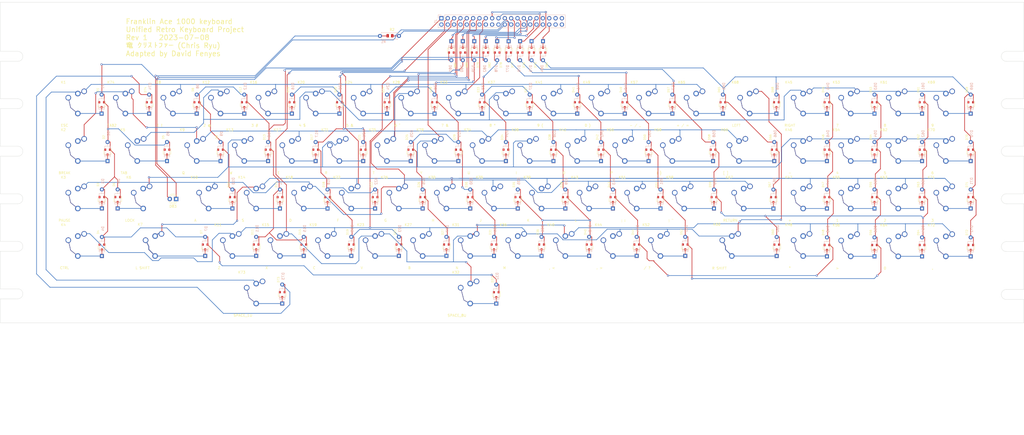
<source format=kicad_pcb>
(kicad_pcb (version 20221018) (generator pcbnew)
  (title_block (title "Franklin Ace 1000 keyboard") (date "2023-07-08") (rev "1") (company "Unified Retro Keyboard Project") (comment 1 "竜 クリストファー (Chris Ryu) ") (comment 2 "Adapted by David Fenyes"))
  (layers (0 "F.Cu" signal) (31 "B.Cu" signal) (34 "B.Paste" user) (35 "F.Paste" user) (36 "B.SilkS" user "B.Silkscreen") (37 "F.SilkS" user "F.Silkscreen") (38 "B.Mask" user) (39 "F.Mask" user) (44 "Edge.Cuts" user))
  (net 0 "")
  (net 1 "Net-(D1-K)")
  (net 2 "Net-(D2-K)")
  (net 3 "Net-(D3-K)")
  (net 4 "Net-(D4-K)")
  (net 5 "Net-(D5-K)")
  (net 6 "Net-(D6-K)")
  (net 7 "Net-(D7-K)")
  (net 8 "Net-(D8-K)")
  (net 9 "Net-(D9-K)")
  (net 10 "Row9")
  (net 11 "Col7")
  (net 12 "Net-(D10-K)")
  (net 13 "Col6")
  (net 14 "Net-(D11-K)")
  (net 15 "Col5")
  (net 17 "Col4")
  (net 19 "Col3")
  (net 21 "Col2")
  (net 23 "Col1")
  (net 25 "Col0")
  (net 31 "Net-(J1-Pin_22)")
  (net 43 "Net-(D12-K)")
  (net 44 "Net-(D13-K)")
  (net 45 "Net-(D14-K)")
  (net 46 "Net-(D15-K)")
  (net 47 "Net-(D16-K)")
  (net 48 "Net-(D17-K)")
  (net 49 "Net-(D18-K)")
  (net 50 "Net-(D19-K)")
  (net 51 "Net-(D20-K)")
  (net 52 "Net-(D21-K)")
  (net 53 "Net-(D22-K)")
  (net 54 "Net-(D23-K)")
  (net 55 "Net-(D24-K)")
  (net 56 "Net-(D25-K)")
  (net 57 "Net-(D26-K)")
  (net 58 "Net-(D27-K)")
  (net 59 "Net-(D28-K)")
  (net 60 "Net-(D29-K)")
  (net 61 "Net-(D30-K)")
  (net 62 "Net-(D31-K)")
  (net 63 "Net-(D32-K)")
  (net 64 "Net-(D33-K)")
  (net 65 "Net-(D34-K)")
  (net 66 "Net-(D35-K)")
  (net 67 "Net-(D36-K)")
  (net 68 "Net-(D37-K)")
  (net 69 "Net-(D38-K)")
  (net 70 "Net-(D39-K)")
  (net 71 "Net-(D40-K)")
  (net 72 "Net-(D41-K)")
  (net 73 "Net-(D42-K)")
  (net 74 "Net-(D43-K)")
  (net 75 "Net-(D44-K)")
  (net 76 "Net-(D45-K)")
  (net 77 "Net-(D46-K)")
  (net 78 "Net-(D47-K)")
  (net 79 "Net-(D48-K)")
  (net 80 "Net-(D49-K)")
  (net 81 "Net-(D50-K)")
  (net 82 "Net-(D51-K)")
  (net 83 "Net-(D52-K)")
  (net 84 "Net-(D53-K)")
  (net 85 "Net-(D54-K)")
  (net 86 "Net-(D55-K)")
  (net 87 "Net-(D56-K)")
  (net 88 "Net-(D57-K)")
  (net 89 "Net-(D58-K)")
  (net 90 "Net-(D59-K)")
  (net 91 "Net-(D60-K)")
  (net 92 "Net-(D61-K)")
  (net 93 "Net-(D62-K)")
  (net 94 "Net-(D63-K)")
  (net 95 "Net-(D64-K)")
  (net 96 "Net-(D65-K)")
  (net 97 "Net-(D66-K)")
  (net 98 "Net-(D67-K)")
  (net 99 "Net-(D68-K)")
  (net 100 "Net-(D69-K)")
  (net 101 "Net-(D70-K)")
  (net 102 "Net-(D71-K)")
  (net 103 "Net-(D72-K)")
  (net 104 "Net-(D83-A)")
  (net 105 "Net-(D73-K)")
  (net 106 "Net-(D74-K)")
  (net 107 "Net-(D75-K)")
  (net 108 "Net-(D76-K)")
  (net 109 "Net-(D77-K)")
  (net 110 "Net-(D78-K)")
  (net 111 "Net-(D79-K)")
  (net 112 "Net-(D80-K)")
  (net 113 "Net-(D81-K)")
  (net 114 "Net-(D82-K)")
  (net 115 "Row0")
  (net 116 "Row1")
  (net 117 "Row2")
  (net 118 "Row3")
  (net 119 "Row4")
  (net 120 "Row5")
  (net 121 "Row6")
  (net 122 "Row7")
  (net 123 "Net-(D83-K)")
  (net 124 "Row10")
  (net 125 "Net-(D84-K)")
  (footprint "unikbd:diode-combined" (layer "F.Cu") (at 363.643036 164.4904 90)
    (fp_text reference "D57")
    (fp_text value "diode-combined" hide)
  )
  (footprint "unikbd:diode-combined" (layer "F.Cu") (at 235.055536 221.5388 90)
    (fp_text reference "D19")
    (fp_text value "diode-combined" hide)
  )
  (footprint "unikbd:diode-combined" (layer "F.Cu") (at 349.355536 221.5388 90)
    (fp_text reference "D44")
    (fp_text value "diode-combined" hide)
  )
  (footprint "unikbd:diode-combined" (layer "F.Cu") (at 263.630536 202.5396 90)
    (fp_text reference "D26")
    (fp_text value "diode-combined" hide)
  )
  (footprint "unikbd:diode-combined" (layer "F.Cu") (at 173.143036 164.4904 90)
    (fp_text reference "D8")
    (fp_text value "diode-combined" hide)
  )
  (footprint "unikbd:diode-combined" (layer "F.Cu") (at 258.868036 183.515 90)
    (fp_text reference "D25")
    (fp_text value "diode-combined" hide)
  )
  (footprint "unikbd:Key_MX" (layer "F.Cu") (at 282.680536 221.250352)
    (fp_text reference "K31")
    (fp_text value "N")
  )
  (footprint "unikbd:diode-combined" (layer "F.Cu") (at 182.668036 183.515 90)
    (fp_text reference "D9")
    (fp_text value "diode-combined" hide)
  )
  (footprint "unikbd:Key_MX_2u" (layer "F.Cu") (at 156.474286 221.250352)
    (fp_text reference "K7")
    (fp_text value "L SHIFT")
  )
  (footprint "unikbd:diode-combined" (layer "F.Cu") (at 293.116 240.665 90)
    (fp_text reference "D32")
    (fp_text value "diode-combined" hide)
  )
  (footprint "unikbd:Key_MX" (layer "F.Cu") (at 177.905536 202.200352)
    (fp_text reference "K10")
    (fp_text value "A")
  )
  (footprint "unikbd:Key_MX" (layer "F.Cu") (at 358.880536 221.250352)
    (fp_text reference "K52")
    (fp_text value "/ ?")
  )
  (footprint "unikbd:diode-combined" (layer "F.Cu") (at 135.043036 164.4904 90)
    (fp_text reference "D1")
    (fp_text value "diode-combined" hide)
  )
  (footprint "unikbd:diode-combined" (layer "F.Cu") (at 301.730536 202.5396 90)
    (fp_text reference "D35")
    (fp_text value "diode-combined" hide)
  )
  (footprint "unikbd:diode-combined" (layer "F.Cu") (at 383.883661 164.4904 90)
    (fp_text reference "D65")
    (fp_text value "diode-combined" hide)
  )
  (footprint "unikbd:diode-combined" (layer "F.Cu") (at 216.005536 221.5388 90)
    (fp_text reference "D15")
    (fp_text value "diode-combined" hide)
  )
  (footprint "unikbd:diode-combined" (layer "F.Cu") (at 425.555536 164.4904 90)
    (fp_text reference "D45")
    (fp_text value "diode-combined" hide)
  )
  (footprint "unikbd:Key_MX" (layer "F.Cu") (at 306.493036 183.150352)
    (fp_text reference "K38")
    (fp_text value "I")
  )
  (footprint "unikbd:Key_MX" (layer "F.Cu") (at 216.005536 202.200352)
    (fp_text reference "K18")
    (fp_text value "D")
  )
  (footprint "unikbd:Key_MX" (layer "F.Cu") (at 363.643036 183.150352)
    (fp_text reference "K58")
    (fp_text value "{ }")
  )
  (footprint "unikbd:Key_MX" (layer "F.Cu") (at 435.080536 164.100352)
    (fp_text reference "K53")
    (fp_text value "7")
  )
  (footprint "unikbd:Key_MX" (layer "F.Cu") (at 339.830536 221.250352)
    (fp_text reference "K44")
    (fp_text value ". >")
  )
  (footprint "unikbd:diode-combined" (layer "F.Cu") (at 425.555536 183.515 90)
    (fp_text reference "D46")
    (fp_text value "diode-combined" hide)
  )
  (footprint "unikbd:Key_MX" (layer "F.Cu") (at 173.143036 183.150352)
    (fp_text reference "K9")
    (fp_text value "Q")
  )
  (footprint "unikbd:diode-combined" (layer "F.Cu") (at 463.655536 202.5396 90)
    (fp_text reference "D63")
    (fp_text value "diode-combined" hide)
  )
  (footprint "unikbd:diode-combined" (layer "F.Cu") (at 293.4843 142.5702 -90)
    (fp_text reference "D78")
    (fp_text value "1N4148" hide)
  )
  (footprint "unikbd:diode-combined" (layer "F.Cu") (at 483.1334 202.5396 90)
    (fp_text reference "D71")
    (fp_text value "diode-combined" hide)
  )
  (footprint "unikbd:Key_MX" (layer "F.Cu") (at 325.543036 183.150352)
    (fp_text reference "K42")
    (fp_text value "O")
  )
  (footprint "unikbd:Key_MX_Spacebar_5.25" (layer "F.Cu") (at 282.680536 240.300352)
    (fp_text reference "K32")
    (fp_text value "SPACE_8U")
  )
  (footprint "unikbd:diode-combined" (layer "F.Cu") (at 141.478 202.5142 90)
    (fp_text reference "D6")
    (fp_text value "diode-combined" hide)
  )
  (footprint "unikbd:diode-combined" (layer "F.Cu") (at 277.918036 183.515 90)
    (fp_text reference "D29")
    (fp_text value "diode-combined" hide)
  )
  (footprint "unikbd:diode-combined" (layer "F.Cu") (at 288.896425 142.5702 -90)
    (fp_text reference "D82")
    (fp_text value "1N4148" hide)
  )
  (footprint "unikbd:diode-combined" (layer "F.Cu") (at 239.818036 183.515 90)
    (fp_text reference "D21")
    (fp_text value "diode-combined" hide)
  )
  (footprint "unikbd:Key_MX" (layer "F.Cu") (at 235.055536 202.200352)
    (fp_text reference "K22")
    (fp_text value "F")
  )
  (footprint "unikbd:Key_MX" (layer "F.Cu") (at 435.080536 202.200352)
    (fp_text reference "K55")
    (fp_text value "1")
  )
  (footprint "unikbd:diode-combined" (layer "F.Cu") (at 307.247925 142.5702 -90)
    (fp_text reference "D75")
    (fp_text value "1N4148" hide)
  )
  (footprint "MountingHole:MountingHole_3.2mm_M3" (layer "F.Cu") (at 233.9286 143.9926)
    (fp_text reference "REF**" hide)
    (fp_text value "MountingHole_3.2mm_M3")
  )
  (footprint "unikbd:Key_MX" (layer "F.Cu") (at 454.130536 221.377352)
    (fp_text reference "K64")
    (fp_text value "0")
  )
  (footprint "unikbd:diode-combined" (layer "F.Cu") (at 230.293036 164.4904 90)
    (fp_text reference "D20")
    (fp_text value "diode-combined" hide)
  )
  (footprint "unikbd:Key_MX" (layer "F.Cu") (at 254.105536 202.200352)
    (fp_text reference "K26")
    (fp_text value "G")
  )
  (footprint "unikbd:Key_MX" (layer "F.Cu") (at 201.718036 164.100352)
    (fp_text reference "K16")
    (fp_text value "3 #")
  )
  (footprint "unikbd:Key_MX" (layer "F.Cu") (at 390.344786 183.150352)
    (fp_text reference "K66")
    (fp_text value "[ ]")
  )
  (footprint "unikbd:Key_MX" (layer "F.Cu") (at 416.030536 221.250352)
    (fp_text reference "K48")
    (fp_text value "*")
  )
  (footprint "unikbd:diode-combined" (layer "F.Cu") (at 325.543036 164.4904 90)
    (fp_text reference "D41")
    (fp_text value "diode-combined" hide)
  )
  (footprint "unikbd:diode-combined" (layer "F.Cu") (at 339.830536 202.5396 90)
    (fp_text reference "D43")
    (fp_text value "diode-combined" hide)
  )
  (footprint "unikbd:Key_MX" (layer "F.Cu") (at 435.080536 221.377352)
    (fp_text reference "K56")
    (fp_text value ">")
  )
  (footprint "unikbd:diode-combined" (layer "F.Cu") (at 161.236786 183.515 90)
    (fp_text reference "D5")
    (fp_text value "diode-combined" hide)
  )
  (footprint "unikbd:diode-combined" (layer "F.Cu") (at 358.880536 202.5396 90)
    (fp_text reference "D51")
    (fp_text value "diode-combined" hide)
  )
  (footprint "unikbd:Key_MX" (layer "F.Cu") (at 196.955536 240.300352)
    (fp_text reference "K73")
    (fp_text value "SPACE_1U")
  )
  (footprint "unikbd:diode-combined" (layer "F.Cu") (at 176.53 221.5548 90)
    (fp_text reference "D7")
    (fp_text value "diode-combined" hide)
  )
  (footprint "unikbd:diode-combined" (layer "F.Cu") (at 275.1328 142.5702 -90)
    (fp_text reference "D81")
    (fp_text value "1N4148" hide)
  )
  (footprint "MountingHole:MountingHole_3.2mm_M3" (layer "F.Cu") (at 357.4642 143.9926)
    (fp_text reference "REF**" hide)
    (fp_text value "MountingHole_3.2mm_M3")
  )
  (footprint "unikbd:Key_MX" (layer "F.Cu") (at 206.480536 221.250352)
    (fp_text reference "K15")
    (fp_text value "X")
  )
  (footprint "unikbd:Key_MX" (layer "F.Cu") (at 277.918036 164.100352)
    (fp_text reference "K33")
    (fp_text value "7 &")
  )
  (footprint "unikbd:diode-combined" (layer "F.Cu") (at 135.1534 202.5142 90)
    (fp_text reference "D3")
    (fp_text value "diode-combined" hide)
  )
  (footprint "unikbd:diode-combined" (layer "F.Cu") (at 192.193036 164.4904 90)
    (fp_text reference "D12")
    (fp_text value "diode-combined" hide)
  )
  (footprint "unikbd:diode-combined" (layer "F.Cu") (at 292.205536 221.5388 90)
    (fp_text reference "D31")
    (fp_text value "diode-combined" hide)
  )
  (footprint "unikbd:diode-combined" (layer "F.Cu") (at 284.30855 142.5702 -90)
    (fp_text reference "D79")
    (fp_text value "1N4148" hide)
  )
  (footprint "unikbd:diode-combined" (layer "F.Cu") (at 279.720675 142.5702 -90)
    (fp_text reference "D80")
    (fp_text value "1N4148" hide)
  )
  (footprint "unikbd:diode-combined" (layer "F.Cu") (at 444.605536 164.4904 90)
    (fp_text reference "D53")
    (fp_text value "diode-combined" hide)
  )
  (footprint "unikbd:Key_MX" (layer "F.Cu") (at 230.293036 183.150352)
    (fp_text reference "K21")
    (fp_text value "R")
  )
  (footprint "unikbd:Key_MX" (layer "F.Cu") (at 416.030536 202.200352)
    (fp_text reference "K47")
    (fp_text value "+")
  )
  (footprint "unikbd:Key_MX" (layer "F.Cu") (at 258.868036 164.100352)
    (fp_text reference "K28")
    (fp_text value "6 ^")
  )
  (footprint "unikbd:diode-combined" (layer "F.Cu") (at 137.424286 183.515 90)
    (fp_text reference "D2")
    (fp_text value "diode-combined" hide)
  )
  (footprint "unikbd:diode-combined" (layer "F.Cu") (at 207.391 240.6396 90)
    (fp_text reference "D73")
    (fp_text value "diode-combined" hide)
  )
  (footprint "unikbd:diode-combined" (layer "F.Cu") (at 405.314911 164.4904 90)
    (fp_text reference "D68")
    (fp_text value "diode-combined" hide)
  )
  (footprint "unikbd:Key_MX" (layer "F.Cu") (at 373.168036 164.100352)
    (fp_text reference "K65")
    (fp_text value "+ / =")
  )
  (footprint "unikbd:diode-combined" (layer "F.Cu") (at 405.4348 221.5896 90)
    (fp_text reference "D60")
    (fp_text value "diode-combined" hide)
  )
  (footprint "unikbd:Key_MX" (layer "F.Cu") (at 125.518036 164.100352)
    (fp_text reference "K1")
    (fp_text value "ESC")
  )
  (footprint "MountingHole:MountingHole_3.2mm_M3" (layer "F.Cu") (at 167.10936 244.729)
    (fp_text reference "REF**" hide)
    (fp_text value "MountingHole_3.2mm_M3")
  )
  (footprint "unikbd:diode-combined" (layer "F.Cu") (at 254.105536 221.5388 90)
    (fp_text reference "D23")
    (fp_text value "diode-combined" hide)
  )
  (footprint "unikbd:diode-combined" (layer "F.Cu") (at 244.580536 202.5396 90)
    (fp_text reference "D22")
    (fp_text value "diode-combined" hide)
  )
  (footprint "unikbd:diode-combined" (layer "F.Cu") (at 187.430536 202.5396 90)
    (fp_text reference "D10")
    (fp_text value "diode-combined" hide)
  )
  (footprint "unikbd:Key_MX" (layer "F.Cu") (at 311.255536 202.200352)
    (fp_text reference "K39")
    (fp_text value "K")
  )
  (footprint "unikbd:Key_MX" (layer "F.Cu") (at 335.068036 164.100352)
    (fp_text reference "K49")
    (fp_text value "0 )")
  )
  (footprint "unikbd:diode-combined" (layer "F.Cu") (at 463.655536 183.515 90)
    (fp_text reference "D62")
    (fp_text value "diode-combined" hide)
  )
  (footprint "unikbd:Key_MX" (layer "F.Cu") (at 394.599286 164.100352)
    (fp_text reference "K68")
    (fp_text value "LEFT")
  )
  (footprint "unikbd:Key_MX" (layer "F.Cu") (at 349.355536 202.200352)
    (fp_text reference "K51")
    (fp_text value "; :")
  )
  (footprint "unikbd:diode-combined" (layer "F.Cu") (at 282.680536 202.5396 90)
    (fp_text reference "D30")
    (fp_text value "diode-combined" hide)
  )
  (footprint "MountingHole:MountingHole_3.2mm_M3" (layer "F.Cu") (at 477.1898 244.729)
    (fp_text reference "REF**" hide)
    (fp_text value "MountingHole_3.2mm_M3")
  )
  (footprint "unikbd:Key_MX" (layer "F.Cu") (at 182.668036 164.100352)
    (fp_text reference "K12")
    (fp_text value "2 @")
  )
  (footprint "unikbd:diode-combined" (layer "F.Cu") (at 379.938971 183.515 90)
    (fp_text reference "D58")
    (fp_text value "diode-combined" hide)
  )
  (footprint "unikbd:Key_MX" (layer "F.Cu") (at 151.711786 202.200352)
    (fp_text reference "K6")
    (fp_text value "LOCK")
  )
  (footprint "unikbd:Key_MX" (layer "F.Cu") (at 330.305536 202.200352)
    (fp_text reference "K43")
    (fp_text value "L")
  )
  (footprint "unikbd:diode-combined" (layer "F.Cu") (at 483.1334 164.4904 90)
    (fp_text reference "D69")
    (fp_text value "diode-combined" hide)
  )
  (footprint "MountingHole:MountingHole_3.2mm_M3" (layer "F.Cu") (at 118.013 143.9926)
    (fp_text reference "REF**" hide)
    (fp_text value "MountingHole_3.2mm_M3")
  )
  (footprint "unikbd:diode-combined" (layer "F.Cu") (at 483.1334 183.515 90)
    (fp_text reference "D70")
    (fp_text value "diode-combined" hide)
  )
  (footprint "unikbd:Key_MX" (layer "F.Cu") (at 249.343036 183.150352)
    (fp_text reference "K25")
    (fp_text value "T")
  )
  (footprint "MountingHole:MountingHole_3.2mm_M3" (layer "F.Cu") (at 381.10344 244.729)
    (fp_text reference "REF**" hide)
    (fp_text value "MountingHole_3.2mm_M3")
  )
  (footprint "unikbd:Key_MX" (layer "F.Cu") (at 473.180536 183.150352)
    (fp_text reference "K70")
    (fp_text value "6")
  )
  (footprint "unikbd:Key_MX" (layer "F.Cu") (at 301.730536 221.250352)
    (fp_text reference "K36")
    (fp_text value "M")
  )
  (footprint "unikbd:diode-combined" (layer "F.Cu") (at 135.1534 221.5896 90)
    (fp_text reference "D4")
    (fp_text value "diode-combined" hide)
  )
  (footprint "unikbd:diode-combined" (layer "F.Cu") (at 425.555536 202.5396 90)
    (fp_text reference "D47")
    (fp_text value "diode-combined" hide)
  )
  (footprint "unikbd:Key_MX" (layer "F.Cu") (at 187.430536 221.250352)
    (fp_text reference "K11")
    (fp_text value "Z")
  )
  (footprint "unikbd:Key_MX" (layer "F.Cu") (at 454.130536 183.150352)
    (fp_text reference "K62")
    (fp_text value "5")
  )
  (footprint "unikbd:Key_MX" (layer "F.Cu") (at 268.393036 183.150352)
    (fp_text reference "K29")
    (fp_text value "Y")
  )
  (footprint "unikbd:diode-combined" (layer "F.Cu") (at 344.593036 164.4904 90)
    (fp_text reference "D49")
    (fp_text value "diode-combined" hide)
  )
  (footprint "unikbd:diode-combined" (layer "F.Cu") (at 425.555536 221.742 90)
    (fp_text reference "D48")
    (fp_text value "diode-combined" hide)
  )
  (footprint "Resistor_SMD:R_0805_2012Metric" (layer "F.Cu") (at 250.5456 136.8298)
    (fp_text reference "R2")
    (fp_text value "RES 330 ohm 1% MLCC 0805 Yageo" hide)
  )
  (footprint "unikbd:diode-combined" (layer "F.Cu") (at 335.068036 183.515 90)
    (fp_text reference "D42")
    (fp_text value "diode-combined" hide)
  )
  (footprint "unikbd:diode-combined" (layer "F.Cu") (at 287.443036 164.4904 90)
    (fp_text reference "D33")
    (fp_text value "diode-combined" hide)
  )
  (footprint "unikbd:Key_MX" (layer "F.Cu") (at 125.518036 202.200352)
    (fp_text reference "K3")
    (fp_text value "PAUSE")
  )
  (footprint "unikbd:diode-combined" (layer "F.Cu") (at 311.255536 221.5388 90)
    (fp_text reference "D36")
    (fp_text value "diode-combined" hide)
  )
  (footprint "unikbd:diode-combined" (layer "F.Cu") (at 404.124286 202.565 90)
    (fp_text reference "D67")
    (fp_text value "diode-combined" hide)
  )
  (footprint "unikbd:Key_MX" (layer "F.Cu") (at 239.818036 164.100352)
    (fp_text reference "K24")
    (fp_text value "5 &")
  )
  (footprint "unikbd:Key_MX" (layer "F.Cu") (at 163.618036 164.100352)
    (fp_text reference "K8")
    (fp_text value "1 !")
  )
  (footprint "unikbd:Key_MX" (layer "F.Cu") (at 344.593036 183.150352)
    (fp_text reference "K50")
    (fp_text value "P")
  )
  (footprint "unikbd:Key_MX" (layer "F.Cu") (at 473.180536 202.200352)
    (fp_text reference "K71")
    (fp_text value "3")
  )
  (footprint "unikbd:Key_MX" (layer "F.Cu") (at 416.030536 164.100352)
    (fp_text reference "K45")
    (fp_text value "RIGHT")
  )
  (footprint "unikbd:diode-combined" (layer "F.Cu") (at 463.655536 164.4904 90)
    (fp_text reference "D61")
    (fp_text value "diode-combined" hide)
  )
  (footprint "unikbd:diode-combined" (layer "F.Cu") (at 483.1334 221.742 90)
    (fp_text reference "D72")
    (fp_text value "diode-combined" hide)
  )
  (footprint "unikbd:Key_MX" (layer "F.Cu") (at 354.118036 164.100352)
    (fp_text reference "K57")
    (fp_text value "- / _")
  )
  (footprint "unikbd:Key_MX" (layer "F.Cu") (at 225.530536 221.250352)
    (fp_text reference "K19")
    (fp_text value "C")
  )
  (footprint "unikbd:diode-combined" (layer "F.Cu") (at 302.66005 142.5702 -90)
    (fp_text reference "D76")
    (fp_text value "1N4148" hide)
  )
  (footprint "unikbd:diode-combined" (layer "F.Cu") (at 225.530536 202.5396 90)
    (fp_text reference "D18")
    (fp_text value "diode-combined" hide)
  )
  (footprint "unikbd:diode-combined" (layer "F.Cu") (at 311.8358 142.5702 -90)
    (fp_text reference "D84")
    (fp_text value "1N4148" hide)
  )
  (footprint "unikbd:Key_MX" (layer "F.Cu") (at 244.580536 221.250352)
    (fp_text reference "K23")
    (fp_text value "V")
  )
  (footprint "unikbd:Key_MX" (layer "F.Cu") (at 125.518036 183.150352)
    (fp_text reference "K2")
    (fp_text value "BREAK")
  )
  (footprint "unikbd:diode-combined" (layer "F.Cu") (at 354.118036 183.515 90)
    (fp_text reference "D50")
    (fp_text value "diode-combined" hide)
  )
  (footprint "unikbd:diode-combined" (layer "F.Cu") (at 404.46031 183.515 90)
    (fp_text reference "D66")
    (fp_text value "diode-combined" hide)
  )
  (footprint "unikbd:diode-combined" (layer "F.Cu") (at 211.243036 164.4904 90)
    (fp_text reference "D16")
    (fp_text value "diode-combined" hide)
  )
  (footprint "unikbd:Key_MX" (layer "F.Cu") (at 473.180536 164.100352)
    (fp_text reference "K69")
    (fp_text value "9")
  )
  (footprint "unikbd:diode-combined" (layer "F.Cu") (at 306.493036 164.4904 90)
    (fp_text reference "D37")
    (fp_text value "diode-combined" hide)
  )
  (footprint "unikbd:diode-combined" (layer "F.Cu") (at 196.955536 221.5388 90)
    (fp_text reference "D11")
    (fp_text value "diode-combined" hide)
  )
  (footprint "unikbd:diode-combined" (layer "F.Cu") (at 330.305536 221.5388 90)
    (fp_text reference "D40")
    (fp_text value "diode-combined" hide)
  )
  (footprint "unikbd:Key_MX" (layer "F.Cu") (at 454.130536 164.100352)
    (fp_text reference "K61")
    (fp_text value "8")
  )
  (footprint "unikbd:diode-combined" (layer "F.Cu") (at 368.808 221.5388 90)
    (fp_text reference "D52")
    (fp_text value "diode-combined" hide)
  )
  (footprint "unikbd:diode-combined" (layer "F.Cu") (at 444.605536 183.515 90)
    (fp_text reference "D54")
    (fp_text value "diode-combined" hide)
  )
  (footprint "unikbd:Key_MX_2u" (layer "F.Cu") (at 387.455536 221.250352)
    (fp_text reference "K60")
    (fp_text value "R SHIFT")
  )
  (footprint "unikbd:diode-combined" (layer "F.Cu") (at 463.655536 221.742 90)
    (fp_text reference "D64")
    (fp_text value "diode-combined" hide)
  )
  (footprint "unikbd:diode-combined" (layer "F.Cu") (at 206.480536 202.5396 90)
    (fp_text reference "D14")
    (fp_text value "diode-combined" hide)
  )
  (footprint "unikbd:Key_MX" (layer "F.Cu") (at 144.568036 164.100352)
    (fp_text reference "K74")
    (fp_text value "TAB2")
  )
  (footprint "unikbd:diode-combined" (layer "F.Cu") (at 201.718036 183.515 90)
    (fp_text reference "D13")
    (fp_text value "diode-combined" hide)
  )
  (footprint "unikbd:Key_MX" (layer "F.Cu") (at 435.080536 183.150352)
    (fp_text reference "K54")
    (fp_text value "4")
  )
  (footprint "unikbd:Key_MX" (layer "F.Cu") (at 211.243036 183.150352)
    (fp_text reference "K17")
    (fp_text value "E")
  )
  (footprint "unikbd:Key_MX" (layer "F.Cu") (at 316.018036 164.100352)
    (fp_text reference "K41")
    (fp_text value "9 (")
  )
  (footprint "unikbd:Key_MX" (layer "F.Cu") (at 192.193036 183.150352)
    (fp_text reference "K13")
    (fp_text value "W")
  )
  (footprint "unikbd:diode-combined" (layer "F.Cu") (at 380.311786 202.5396 90)
    (fp_text reference "D59")
    (fp_text value "diode-combined" hide)
  )
  (footprint "unikbd:Key_MX" (layer "F.Cu") (at 287.443036 183.150352)
    (fp_text reference "K34")
    (fp_text value "U")
  )
  (footprint "unikbd:Key_MX" (layer "F.Cu") (at 292.205536 202.200352)
    (fp_text reference "K35")
    (fp_text value "J")
  )
  (footprint "unikbd:diode-combined" (layer "F.Cu") (at 249.343036 164.4904 90)
    (fp_text reference "D24")
    (fp_text value "diode-combined" hide)
  )
  (footprint "unikbd:Key_MX" (layer "F.Cu") (at 368.405536 202.200352)
    (fp_text reference "K59")
    (fp_text value "; \"")
  )
  (footprint "unikbd:diode-combined" (layer "F.Cu") (at 320.780536 202.5396 90)
    (fp_text reference "D39")
    (fp_text value "diode-combined" hide)
  )
  (footprint "unikbd:Key_MX" (layer "F.Cu") (at 320.780536 221.250352)
    (fp_text reference "K40")
    (fp_text value ", <")
  )
  (footprint "MountingHole:MountingHole_3.2mm_M3" (layer "F.Cu") (at 119.888 244.729)
    (fp_text reference "REF**" hide)
    (fp_text value "MountingHole_3.2mm_M3")
  )
  (footprint "unikbd:Key_MX" (layer "F.Cu") (at 273.155536 202.200352)
    (fp_text reference "K30")
    (fp_text value "H")
  )
  (footprint "LED_THT:LED_D3.0mm" (layer "F.Cu") (at 164.9018 202.2856 180)
    (fp_text reference "D83")
    (fp_text value "LED")
  )
  (footprint "unikbd:diode-combined" (layer "F.Cu") (at 444.605536 221.742 90)
    (fp_text reference "D56")
    (fp_text value "diode-combined" hide)
  )
  (footprint "unikbd:diode-combined" (layer "F.Cu") (at 154.093036 164.4904 90)
    (fp_text reference "D74")
    (fp_text value "diode-combined" hide)
  )
  (footprint "unikbd:diode-combined" (layer "F.Cu") (at 444.605536 202.5396 90)
    (fp_text reference "D55")
    (fp_text value "diode-combined" hide)
  )
  (footprint "unikbd:Key_MX" (layer "F.Cu") (at 392.218036 202.200352)
    (fp_text reference "K67")
    (fp_text value "RETURN")
  )
  (footprint "unikbd:diode-combined" (layer "F.Cu") (at 316.018036 183.515 90)
    (fp_text reference "D38")
    (fp_text value "diode-combined" hide)
  )
  (footprint "unikbd:diode-combined" (layer "F.Cu") (at 268.393036 164.4904 90)
    (fp_text reference "D28")
    (fp_text value "diode-combined" hide)
  )
  (footprint "unikbd:diode-combined" (layer "F.Cu") (at 298.072175 142.5702 -90)
    (fp_text reference "D77")
    (fp_text value "1N4148" hide)
  )
  (footprint "MountingHole:MountingHole_3.2mm_M3" (layer "F.Cu") (at 477.1898 143.9926)
    (fp_text reference "REF**" hide)
    (fp_text value "MountingHole_3.2mm_M3")
  )
  (footprint "unikbd:Key_MX" (layer "F.Cu") (at 263.630536 221.250352)
    (fp_text reference "K27")
    (fp_text value "B")
  )
  (footprint "unikbd:diode-combined" (layer "F.Cu") (at 220.768036 183.515 90)
    (fp_text reference "D17")
    (fp_text value "diode-combined" hide)
  )
  (footprint "unikbd:Key_MX" (layer "F.Cu") (at 473.180536 221.377352)
    (fp_text reference "K72")
    (fp_text value ".")
  )
  (footprint "unikbd:Key_MX" (layer "F.Cu") (at 416.030536 183.150352)
    (fp_text reference "K46")
    (fp_text value "-")
  )
  (footprint "unikbd:Key_MX" (layer "F.Cu") (at 196.955536 202.200352)
    (fp_text reference "K14")
    (fp_text value "S")
  )
  (footprint "unikbd:diode-combined" (layer "F.Cu") (at 296.968036 183.515 90)
    (fp_text reference "D34")
    (fp_text value "diode-combined" hide)
  )
  (footprint "unikbd:Key_MX" (layer "F.Cu") (at 125.518036 221.250352)
    (fp_text reference "K4")
    (fp_text value "CTRL")
  )
  (footprint "unikbd:Key_MX" (layer "F.Cu") (at 220.768036 164.100352)
    (fp_text reference "K20")
    (fp_text value "4 $")
  )
  (footprint "unikbd:Key_MX" (layer "F.Cu") (at 296.968036 164.100352)
    (fp_text reference "K37")
    (fp_text value "8 *")
  )
  (footprint "unikbd:Key_MX" (layer "F.Cu") (at 454.130536 202.200352)
    (fp_text reference "K63")
    (fp_text value "2")
  )
  (footprint "unikbd:Key_MX" (layer "F.Cu") (at 149.330536 183.150352)
    (fp_text reference "K5")
    (fp_text value "TAB")
  )
  (footprint "unikbd:diode-combined" (layer "F.Cu") (at 273.155536 221.5388 90)
    (fp_text reference "D27")
    (fp_text value "diode-combined" hide)
  )
  (footprint "Connector_PinHeader_2.54mm:PinHeader_2x20_P2.54mm_Vertical" (layer "B.Cu") (at 271.146036 129.799352 -90)
    (fp_text reference "J1")
    (fp_text value "Conn_02x20_Odd_Even")
  )
  (footprint "Resistor_THT:R_Axial_DIN0207_L6.3mm_D2.5mm_P7.62mm_Horizontal" (layer "B.Cu") (at 246.5324 136.906)
    (fp_text reference "R1")
    (fp_text value "330 ohms")
  )
  (gr_line (start 504.4 166.100352) (end 497.4 166.100352) (stroke (width 0.1)) (layer "Edge.Cuts"))
  (gr_line (start 504.4 204.200352) (end 504.4 219.377352) (stroke (width 0.1)) (layer "Edge.Cuts"))
  (gr_arc (start 101.5 181.150352) (mid 103.5 183.150352) (end 101.5 185.150352) (stroke (width 0.1)) (layer "Edge.Cuts"))
  (gr_line (start 101.5 204.2) (end 94.5 204.2) (stroke (width 0.1)) (layer "Edge.Cuts"))
  (gr_line (start 101.5 238.3) (end 94.4 238.3) (stroke (width 0.1)) (layer "Edge.Cuts"))
  (gr_line (start 94.5 181.150352) (end 101.5 181.150352) (stroke (width 0.1)) (layer "Edge.Cuts"))
  (gr_line (start 497.4 181.150352) (end 504.4 181.150352) (stroke (width 0.1)) (layer "Edge.Cuts"))
  (gr_line (start 504.4 238.577) (end 504.4 223.377352) (stroke (width 0.1)) (layer "Edge.Cuts"))
  (gr_arc (start 497.4 147.1) (mid 495.4 145.1) (end 497.4 143.1) (stroke (width 0.1)) (layer "Edge.Cuts"))
  (gr_line (start 101.5 166.100352) (end 94.5 166.100352) (stroke (width 0.1)) (layer "Edge.Cuts"))
  (gr_arc (start 101.5 162.100352) (mid 103.5 164.100352) (end 101.5 166.100352) (stroke (width 0.1)) (layer "Edge.Cuts"))
  (gr_line (start 94.5 200.2) (end 94.5 185.150352) (stroke (width 0.1)) (layer "Edge.Cuts"))
  (gr_line (start 497.4 162.100352) (end 504.4 162.100352) (stroke (width 0.1)) (layer "Edge.Cuts"))
  (gr_line (start 101.5 147.1) (end 94.5 147.1) (stroke (width 0.1)) (layer "Edge.Cuts"))
  (gr_line (start 504.4 123.4) (end 504.4 143.1) (stroke (width 0.1)) (layer "Edge.Cuts"))
  (gr_line (start 504.4 147.1) (end 504.4 162.100352) (stroke (width 0.1)) (layer "Edge.Cuts"))
  (gr_line (start 94.5 251.9) (end 504.4 251.9) (stroke (width 0.1)) (layer "Edge.Cuts"))
  (gr_line (start 497.4 219.377352) (end 504.4 219.377352) (stroke (width 0.1)) (layer "Edge.Cuts"))
  (gr_arc (start 497.4 204.200352) (mid 495.4 202.200352) (end 497.4 200.200352) (stroke (width 0.1)) (layer "Edge.Cuts"))
  (gr_line (start 94.5 143.1) (end 94.5 123.4) (stroke (width 0.1)) (layer "Edge.Cuts"))
  (gr_line (start 497.4 200.200352) (end 504.4 200.200352) (stroke (width 0.1)) (layer "Edge.Cuts"))
  (gr_arc (start 497.4 223.377352) (mid 495.4 221.377352) (end 497.4 219.377352) (stroke (width 0.1)) (layer "Edge.Cuts"))
  (gr_line (start 94.5 162.100352) (end 101.5 162.100352) (stroke (width 0.1)) (layer "Edge.Cuts"))
  (gr_line (start 504.4 123.4) (end 94.5 123.4) (stroke (width 0.1)) (layer "Edge.Cuts"))
  (gr_line (start 94.5 200.2) (end 101.5 200.2) (stroke (width 0.1)) (layer "Edge.Cuts"))
  (gr_arc (start 101.5 219.250352) (mid 103.5 221.250352) (end 101.5 223.250352) (stroke (width 0.1)) (layer "Edge.Cuts"))
  (gr_arc (start 101.5 143.1) (mid 103.5 145.1) (end 101.5 147.1) (stroke (width 0.1)) (layer "Edge.Cuts"))
  (gr_arc (start 497.4 242.577) (mid 495.4 240.577) (end 497.4 238.577) (stroke (width 0.1)) (layer "Edge.Cuts"))
  (gr_line (start 504.4 166.100352) (end 504.4 181.150352) (stroke (width 0.1)) (layer "Edge.Cuts"))
  (gr_line (start 94.4 238.3) (end 94.4 223.250352) (stroke (width 0.1)) (layer "Edge.Cuts"))
  (gr_line (start 94.5 219.250352) (end 101.5 219.250352) (stroke (width 0.1)) (layer "Edge.Cuts"))
  (gr_line (start 497.4 143.1) (end 504.4 143.1) (stroke (width 0.1)) (layer "Edge.Cuts"))
  (gr_line (start 94.5 143.1) (end 101.5 143.1) (stroke (width 0.1)) (layer "Edge.Cuts"))
  (gr_line (start 497.4 238.577) (end 504.4 238.577) (stroke (width 0.1)) (layer "Edge.Cuts"))
  (gr_line (start 94.5 242.3) (end 101.5 242.3) (stroke (width 0.1)) (layer "Edge.Cuts"))
  (gr_line (start 504.4 242.577) (end 504.4 251.9) (stroke (width 0.1)) (layer "Edge.Cuts"))
  (gr_line (start 94.5 162.100352) (end 94.5 147.1) (stroke (width 0.1)) (layer "Edge.Cuts"))
  (gr_line (start 101.5 185.150352) (end 94.5 185.150352) (stroke (width 0.1)) (layer "Edge.Cuts"))
  (gr_arc (start 497.4 166.100352) (mid 495.4 164.100352) (end 497.4 162.100352) (stroke (width 0.1)) (layer "Edge.Cuts"))
  (gr_arc (start 101.5 238.3) (mid 103.5 240.3) (end 101.5 242.3) (stroke (width 0.1)) (layer "Edge.Cuts"))
  (gr_line (start 94.5 181.150352) (end 94.5 166.100352) (stroke (width 0.1)) (layer "Edge.Cuts"))
  (gr_line (start 101.5 223.250352) (end 94.4 223.250352) (stroke (width 0.1)) (layer "Edge.Cuts"))
  (gr_arc (start 101.5 200.2) (mid 103.5 202.2) (end 101.5 204.2) (stroke (width 0.1)) (layer "Edge.Cuts"))
  (gr_arc (start 497.4 185.150352) (mid 495.4 183.150352) (end 497.4 181.150352) (stroke (width 0.1)) (layer "Edge.Cuts"))
  (gr_line (start 504.4 204.200352) (end 497.4 204.200352) (stroke (width 0.1)) (layer "Edge.Cuts"))
  (gr_line (start 94.5 219.250352) (end 94.5 204.2) (stroke (width 0.1)) (layer "Edge.Cuts"))
  (gr_line (start 504.4 223.377352) (end 497.4 223.377352) (stroke (width 0.1)) (layer "Edge.Cuts"))
  (gr_line (start 504.4 185.150352) (end 504.4 200.200352) (stroke (width 0.1)) (layer "Edge.Cuts"))
  (gr_line (start 94.5 242.3) (end 94.5 251.9) (stroke (width 0.1)) (layer "Edge.Cuts"))
  (gr_line (start 504.4 242.577) (end 497.4 242.577) (stroke (width 0.1)) (layer "Edge.Cuts"))
  (gr_line (start 504.4 185.150352) (end 497.4 185.150352) (stroke (width 0.1)) (layer "Edge.Cuts"))
  (gr_line (start 504.4 147.1) (end 497.4 147.1) (stroke (width 0.1)) (layer "Edge.Cuts"))
  (gr_text "${TITLE}\n${COMPANY}\nRev ${REVISION}   ${ISSUE_DATE}\n${COMMENT1}\n${COMMENT2}" (at 144.5768 137.541) (layer "F.SilkS") (effects (font (size 2 2) (thickness 0.3)) (justify left)))
  (segment (start 125.518036 167.999252) (end 135.030052 167.999252) (width 0.254) (layer "B.Cu") (net 1))
  (segment (start 137.519536 187.071) (end 125.539784 187.071) (width 0.254) (layer "B.Cu") (net 2))
  (segment (start 125.518036 206.099252) (end 135.124348 206.099252) (width 0.25) (layer "B.Cu") (net 3))
  (segment (start 125.518036 225.149252) (end 135.149748 225.149252) (width 0.25) (layer "B.Cu") (net 4))
  (segment (start 149.616286 187.049252) (end 161.242852 187.049252) (width 0.254) (layer "B.Cu") (net 5))
  (segment (start 142.0368 206.0702) (end 151.523984 206.0702) (width 0.25) (layer "B.Cu") (net 6))
  (segment (start 156.633036 225.149252) (end 176.491548 225.149252) (width 0.25) (layer "B.Cu") (net 7))
  (segment (start 164.126036 167.999252) (end 173.536452 167.999252) (width 0.254) (layer "B.Cu") (net 8))
  (segment (start 173.524036 187.049252) (end 183.137652 187.049252) (width 0.254) (layer "B.Cu") (net 9))
  (segment (start 406.4 194.31) (end 406.4 183.50469) (width 0.25) (layer "F.Cu") (net 10))
  (segment (start 404.124286 196.585714) (end 406.4 194.31) (width 0.25) (layer "F.Cu") (net 10))
  (segment (start 404.124286 198.501) (end 404.124286 196.585714) (width 0.25) (layer "F.Cu") (net 10))
  (segment (start 385.8674 163.4904) (end 401.828 179.451) (width 0.254) (layer "F.Cu") (net 10))
  (segment (start 483.0318 160.4264) (end 481.8888 160.4264) (width 0.254) (layer "F.Cu") (net 10))
  (segment (start 483.1334 198.4756) (end 484.9368 196.6722) (width 0.25) (layer "F.Cu") (net 10))
  (segment (start 480.695 174.7774) (end 483.0318 177.1142) (width 0.254) (layer "F.Cu") (net 10))
  (segment (start 485.2924 208.7118) (end 485.2924 202.7486) (width 0.25) (layer "F.Cu") (net 10))
  (segment (start 483.1334 217.678) (end 483.1334 210.8708) (width 0.25) (layer "F.Cu") (net 10))
  (segment (start 385.1504 163.4904) (end 385.8674 163.4904) (width 0.254) (layer "F.Cu") (net 10))
  (segment (start 401.828 179.451) (end 404.46031 179.451) (width 0.254) (layer "F.Cu") (net 10))
  (segment (start 484.9368 183.3684) (end 484.0834 182.515) (width 0.25) (layer "F.Cu") (net 10))
  (segment (start 480.695 161.6202) (end 480.695 174.7774) (width 0.254) (layer "F.Cu") (net 10))
  (segment (start 483.0318 177.1142) (end 483.0318 179.451) (width 0.254) (layer "F.Cu") (net 10))
  (segment (start 406.4 183.50469) (end 405.41031 182.515) (width 0.25) (layer "F.Cu") (net 10))
  (segment (start 485.2924 202.7486) (end 484.0834 201.5396) (width 0.25) (layer "F.Cu") (net 10))
  (segment (start 483.1334 210.8708) (end 485.2924 208.7118) (width 0.25) (layer "F.Cu") (net 10))
  (segment (start 484.9368 196.6722) (end 484.9368 183.3684) (width 0.25) (layer "F.Cu") (net 10))
  (segment (start 481.8888 160.4264) (end 480.695 161.6202) (width 0.254) (layer "F.Cu") (net 10))
  (segment (start 376.047 149.733) (end 384.2004 157.8864) (width 0.25) (layer "B.Cu") (net 10))
  (segment (start 405.1554 153.3144) (end 405.2062 153.3652) (width 0.25) (layer "B.Cu") (net 10))
  (segment (start 384.2004 160.4264) (end 384.2004 157.8864) (width 0.25) (layer "B.Cu") (net 10))
  (segment (start 405.1554 153.3144) (end 476.0214 153.3144) (width 0.25) (layer "B.Cu") (net 10))
  (segment (start 476.0214 153.3144) (end 483.1334 160.4264) (width 0.25) (layer "B.Cu") (net 10))
  (segment (start 405.2062 153.3652) (end 405.2062 160.4264) (width 0.25) (layer "B.Cu") (net 10))
  (segment (start 311.8358 146.6342) (end 314.9346 149.733) (width 0.25) (layer "B.Cu") (net 10))
  (segment (start 384.2004 157.8864) (end 388.7724 153.3144) (width 0.25) (layer "B.Cu") (net 10))
  (segment (start 388.7724 153.3144) (end 405.1554 153.3144) (width 0.25) (layer "B.Cu") (net 10))
  (segment (start 314.9346 149.733) (end 376.047 149.733) (width 0.25) (layer "B.Cu") (net 10))
  (segment (start 285.538036 216.271952) (end 283.874336 216.271952) (width 0.25) (layer "F.Cu") (net 11))
  (segment (start 204.8764 178.562) (end 204.8764 192.4304) (width 0.25) (layer "F.Cu") (net 11))
  (segment (start 210.1596 151.7904) (end 209.3722 152.5778) (width 0.25) (layer "F.Cu") (net 11))
  (segment (start 271.146036 129.799352) (end 255.3462 145.599188) (width 0.25) (layer "F.Cu") (net 11))
  (segment (start 209.3722 152.5778) (end 209.3722 174.0662) (width 0.25) (layer "F.Cu") (net 11))
  (segment (start 209.3722 174.0662) (end 204.8764 178.562) (width 0.25) (layer "F.Cu") (net 11))
  (segment (start 320.3702 212.9536) (end 320.3702 216.420416) (width 0.25) (layer "F.Cu") (net 11))
  (segment (start 255.3462 145.599188) (end 255.3462 147.1168) (width 0.25) (layer "F.Cu") (net 11))
  (segment (start 282.998036 229.531036) (end 282.998036 236.198252) (width 0.25) (layer "F.Cu") (net 11))
  (segment (start 285.538036 216.271952) (end 285.538036 212.868636) (width 0.25) (layer "F.Cu") (net 11))
  (segment (start 281.0764 227.6094) (end 282.998036 229.531036) (width 0.25) (layer "F.Cu") (net 11))
  (segment (start 283.874336 216.271952) (end 282.998036 217.148252) (width 0.25) (layer "F.Cu") (net 11))
  (segment (start 285.538036 212.868636) (end 285.3944 212.725) (width 0.25) (layer "F.Cu") (net 11))
  (segment (start 209.0674 196.6214) (end 209.0674 216.001316) (width 0.25) (layer "F.Cu") (net 11))
  (segment (start 204.8764 192.4304) (end 209.0674 196.6214) (width 0.25) (layer "F.Cu") (net 11))
  (via (at 320.3702 212.9536) (size 0.8) (drill 0.4) (layers "F.Cu" "B.Cu") (net 11))
  (via (at 285.3944 212.725) (size 0.8) (drill 0.4) (layers "F.Cu" "B.Cu") (net 11))
  (via (at 210.1596 151.7904) (size 0.8) (drill 0.4) (layers "F.Cu" "B.Cu") (net 11))
  (via (at 255.3462 147.1168) (size 0.8) (drill 0.4) (layers "F.Cu" "B.Cu") (net 11))
  (via (at 281.0764 227.6094) (size 0.8) (drill 0.4) (layers "F.Cu" "B.Cu") (net 11))
  (segment (start 211.217352 216.271952) (end 209.338036 216.271952) (width 0.25) (layer "B.Cu") (net 11))
  (segment (start 418.888036 212.217) (end 418.888036 216.271952) (width 0.25) (layer "B.Cu") (net 11))
  (segment (start 275.971 227.5078) (end 280.9748 227.5078) (width 0.25) (layer "B.Cu") (net 11))
  (segment (start 251.815 150.648) (end 255.3462 147.1168) (width 0.25) (layer "B.Cu") (net 11))
  (segment (start 257.302 223.1898) (end 257.302 227.5078) (width 0.25) (layer "B.Cu") (net 11))
  (segment (start 275.971 227.5078) (end 275.971 218.7956) (width 0.25) (layer "B.Cu") (net 11))
  (segment (start 247.438036 216.271952) (end 250.384152 216.271952) (width 0.25) (layer "B.Cu") (net 11))
  (segment (start 320.1416 212.725) (end 320.3702 212.9536) (width 0.25) (layer "B.Cu") (net 11))
  (segment (start 236.855 228.1936) (end 223.139 228.1936) (width 0.25) (layer "B.Cu") (net 11))
  (segment (start 456.988036 216.398952) (end 456.988036 212.217) (width 0.25) (layer "B.Cu") (net 11))
  (segment (start 326.118188 213.7918) (end 372.237 213.7918) (width 0.25) (layer "B.Cu") (net 11))
  (segment (start 223.139 228.1936) (end 211.217352 216.271952) (width 0.25) (layer "B.Cu") (net 11))
  (segment (start 238.0996 226.949) (end 236.855 228.1936) (width 0.25) (layer "B.Cu") (net 11))
  (segment (start 275.971 218.7956) (end 277.618348 217.148252) (width 0.25) (layer "B.Cu") (net 11))
  (segment (start 437.938036 212.217) (end 437.938036 216.398952) (width 0.25) (layer "B.Cu") (net 11))
  (segment (start 250.384152 216.271952) (end 257.302 223.1898) (width 0.25) (layer "B.Cu") (net 11))
  (segment (start 277.618348 217.148252) (end 282.998036 217.148252) (width 0.25) (layer "B.Cu") (net 11))
  (segment (start 323.638036 216.271952) (end 326.118188 213.7918) (width 0.25) (layer "B.Cu") (net 11))
  (segment (start 238.0996 218.1606) (end 238.0996 226.949) (width 0.25) (layer "B.Cu") (net 11))
  (segment (start 211.302 150.648) (end 251.815 150.648) (width 0.25) (layer "B.Cu") (net 11))
  (segment (start 372.237 213.7918) (end 373.8118 212.217) (width 0.25) (layer "B.Cu") (net 11))
  (segment (start 373.8118 212.217) (end 471.856084 212.217) (width 0.25) (layer "B.Cu") (net 11))
  (segment (start 257.302 227.5078) (end 275.971 227.5078) (width 0.254) (layer "B.Cu") (net 11))
  (segment (start 239.111948 217.148252) (end 238.0996 218.1606) (width 0.25) (layer "B.Cu") (net 11))
  (segment (start 280.9748 227.5078) (end 281.0764 227.6094) (width 0.25) (layer "B.Cu") (net 11))
  (segment (start 244.898036 217.148252) (end 239.111948 217.148252) (width 0.25) (layer "B.Cu") (net 11))
  (segment (start 210.1596 151.7904) (end 211.302 150.648) (width 0.25) (layer "B.Cu") (net 11))
  (segment (start 285.3944 212.725) (end 320.1416 212.725) (width 0.25) (layer "B.Cu") (net 11))
  (segment (start 471.856084 212.217) (end 476.038036 216.398952) (width 0.25) (layer "B.Cu") (net 11))
  (segment (start 177.588036 206.099252) (end 187.092748 206.099252) (width 0.25) (layer "B.Cu") (net 12))
  (segment (start 272.3896 131.095788) (end 273.686036 129.799352) (width 0.25) (layer "F.Cu") (net 13))
  (segment (start 237.871 179.0446) (end 237.871 196.628988) (width 0.25) (layer "F.Cu") (net 13))
  (segment (start 275.2852 193.9411) (end 275.378036 194.033936) (width 0.25) (layer "F.Cu") (net 13))
  (segment (start 256.4892 150.7998) (end 272.3896 134.8994) (width 0.25) (layer "F.Cu") (net 13))
  (segment (start 275.378036 194.033936) (end 275.378036 197.221952) (width 0.25) (layer "F.Cu") (net 13))
  (segment (start 159.1818 216.281) (end 159.1818 212.6488) (width 0.25) (layer "F.Cu") (net 13))
  (segment (start 159.1818 212.6488) (end 159.3342 212.4964) (width 0.25) (layer "F.Cu") (net 13))
  (segment (start 231.059501 151.557501) (end 232.791 153.289) (width 0.25) (layer "F.Cu") (net 13))
  (segment (start 256.4892 150.8235) (end 256.4892 150.7998) (width 0.25) (layer "F.Cu") (net 13))
  (segment (start 272.3896 134.8994) (end 272.3896 131.095788) (width 0.25) (layer "F.Cu") (net 13))
  (segment (start 189.3062 199.7456) (end 191.5414 197.5104) (width 0.25) (layer "F.Cu") (net 13))
  (segment (start 232.791 173.9646) (end 237.871 179.0446) (width 0.25) (layer "F.Cu") (net 13))
  (segment (start 191.5414 197.5104) (end 196.050184 197.5104) (width 0.25) (layer "F.Cu") (net 13))
  (segment (start 232.791 153.289) (end 232.791 173.9646) (width 0.25) (layer "F.Cu") (net 13))
  (segment (start 189.3062 210.9978) (end 189.3062 199.7456) (width 0.25) (layer "F.Cu") (net 13))
  (via (at 275.2852 193.9411) (size 0.8) (drill 0.4) (layers "F.Cu" "B.Cu") (net 13))
  (via (at 256.4892 150.8235) (size 0.8) (drill 0.4) (layers "F.Cu" "B.Cu") (net 13))
  (via (at 231.059501 151.557501) (size 0.8) (drill 0.4) (layers "F.Cu" "B.Cu") (net 13))
  (via (at 159.3342 212.4964) (size 0.8) (drill 0.4) (layers "F.Cu" "B.Cu") (net 13))
  (via (at 189.3062 210.9978) (size 0.8) (drill 0.4) (layers "F.Cu" "B.Cu") (net 13))
  (segment (start 237.236 194.049352) (end 202.350636 194.049352) (width 0.25) (layer "B.Cu") (net 13))
  (segment (start 187.836048 212.467952) (end 189.3062 210.9978) (width 0.25) (layer "B.Cu") (net 13))
  (segment (start 237.278036 197.221952) (end 237.278036 194.091388) (width 0.25) (layer "B.Cu") (net 13))
  (segment (start 418.9476 194.049352) (end 275.2852 194.049352) (width 0.25) (layer "B.Cu") (net 13))
  (segment (start 313.3852 194.049352) (end 472.865436 194.049352) (width 0.254) (layer "B.Cu") (net 13))
  (segment (start 278.136036 194.049352) (end 313.3852 194.049352) (width 0.254) (layer "B.Cu") (net 13))
  (segment (start 456.988036 197.221952) (end 456.988036 194.192988) (width 0.25) (layer "B.Cu") (net 13))
  (segment (start 476.038036 197.221952) (end 472.865436 194.049352) (width 0.25) (layer "B.Cu") (net 13))
  (segment (start 159.3342 212.4964) (end 159.362648 212.467952) (width 0.25) (layer "B.Cu") (net 13))
  (segment (start 313.478036 197.221952) (end 313.478036 194.142188) (width 0.25) (layer "B.Cu") (net 13))
  (segment (start 275.2852 194.049352) (end 237.236 194.049352) (width 0.25) (layer "B.Cu") (net 13))
  (segment (start 256.2147 151.098) (end 256.4892 150.8235) (width 0.25) (layer "B.Cu") (net 13))
  (segment (start 437.9722 194.049352) (end 418.9476 194.049352) (width 0.25) (layer "B.Cu") (net 13))
  (segment (start 231.519002 151.098) (end 256.2147 151.098) (width 0.25) (layer "B.Cu") (net 13))
  (segment (start 418.888036 194.108916) (end 418.9476 194.049352) (width 0.25) (layer "B.Cu") (net 13))
  (segment (start 437.938036 194.083516) (end 437.9722 194.049352) (width 0.25) (layer "B.Cu") (net 13))
  (segment (start 456.8444 194.049352) (end 437.9722 194.049352) (width 0.25) (layer "B.Cu") (net 13))
  (segment (start 472.865436 194.049352) (end 456.8444 194.049352) (width 0.25) (layer "B.Cu") (net 13))
  (segment (start 237.278036 194.091388) (end 237.236 194.049352) (width 0.25) (layer "B.Cu") (net 13))
  (segment (start 418.888036 197.221952) (end 418.888036 194.108916) (width 0.25) (layer "B.Cu") (net 13))
  (segment (start 202.350636 194.049352) (end 199.178036 197.221952) (width 0.25) (layer "B.Cu") (net 13))
  (segment (start 456.988036 194.192988) (end 456.8444 194.049352) (width 0.25) (layer "B.Cu") (net 13))
  (segment (start 231.059501 151.557501) (end 231.519002 151.098) (width 0.25) (layer "B.Cu") (net 13))
  (segment (start 313.478036 194.142188) (end 313.3852 194.049352) (width 0.25) (layer "B.Cu") (net 13))
  (segment (start 437.938036 197.221952) (end 437.938036 194.083516) (width 0.25) (layer "B.Cu") (net 13))
  (segment (start 159.362648 212.467952) (end 187.836048 212.467952) (width 0.25) (layer "B.Cu") (net 13))
  (segment (start 275.2852 194.049352) (end 275.2852 193.9411) (width 0.25) (layer "B.Cu") (net 13))
  (segment (start 187.748036 225.149252) (end 197.201948 225.149252) (width 0.25) (layer "B.Cu") (net 14))
  (segment (start 154.093036 197.221952) (end 154.093036 193.717036) (width 0.25) (layer "F.Cu") (net 15))
  (segment (start 265.811 142.3416) (end 265.811 172.618116) (width 0.254) (layer "F.Cu") (net 15))
  (segment (start 274.955 133.1976) (end 274.955 131.070388) (width 0.25) (layer "F.Cu") (net 15))
  (segment (start 274.955 133.1976) (end 265.811 142.3416) (width 0.254) (layer "F.Cu") (net 15))
  (segment (start 154.093036 193.717036) (end 154.0002 193.6242) (width 0.25) (layer "F.Cu") (net 15))
  (segment (start 265.811 172.618116) (end 271.364836 178.171952) (width 0.254) (layer "F.Cu") (net 15))
  (segment (start 274.955 131.070388) (end 276.226036 129.799352) (width 0.25) (layer "F.Cu") (net 15))
  (via (at 154.0002 193.6242) (size 0.8) (drill 0.4) (layers "F.Cu" "B.Cu") (net 15))
  (segment (start 187.0456 178.6128) (end 192.138584 178.6128) (width 0.254) (layer "B.Cu") (net 15))
  (segment (start 225.879584 179.267352) (end 227.086488 179.267352) (width 0.254) (layer "B.Cu") (net 15))
  (segment (start 299.9994 189.4586) (end 405.1554 189.4586) (width 0.254) (layer "B.Cu") (net 15))
  (segment (start 472.621736 178.171952) (end 473.498036 179.048252) (width 0.254) (layer "B.Cu") (net 15))
  (segment (start 185.7502 189.4586) (end 262.0772 189.4586) (width 0.254) (layer "B.Cu") (net 15))
  (segment (start 223.52 189.4586) (end 223.52 181.626936) (width 0.254) (layer "B.Cu") (net 15))
  (segment (start 407.416 187.198) (end 407.416 181.61) (width 0.254) (layer "B.Cu") (net 15))
  (segment (start 227.086488 179.267352) (end 228.56386 180.744724) (width 0.254) (layer "B.Cu") (net 15))
  (segment (start 434.521736 178.171952) (end 435.398036 179.048252) (width 0.254) (layer "B.Cu") (net 15))
  (segment (start 261.493 180.34) (end 262.784748 179.048252) (width 0.254) (layer "B.Cu") (net 15))
  (segment (start 415.429984 178.1302) (end 416.348036 179.048252) (width 0.254) (layer "B.Cu") (net 15))
  (segment (start 306.924836 179.048252) (end 300.808548 179.048252) (width 0.254) (layer "B.Cu") (net 15))
  (segment (start 228.56386 180.744724) (end 230.467184 178.8414) (width 0.254) (layer "B.Cu") (net 15))
  (segment (start 262.0772 189.4586) (end 299.9994 189.4586) (width 0.254) (layer "B.Cu") (net 15))
  (segment (start 453.571736 178.171952) (end 454.448036 179.048252) (width 0.254) (layer "B.Cu") (net 15))
  (segment (start 223.52 181.626936) (end 225.879584 179.267352) (width 0.254) (layer "B.Cu") (net 15))
  (segment (start 456.988036 178.171952) (end 472.621736 178.171952) (width 0.254) (layer "B.Cu") (net 15))
  (segment (start 407.4033 181.5973) (end 410.8704 178.1302) (width 0.254) (layer "B.Cu") (net 15))
  (segment (start 437.938036 178.171952) (end 453.571736 178.171952) (width 0.254) (layer "B.Cu") (net 15))
  (segment (start 410.8704 178.1302) (end 415.429984 178.1302) (width 0.254) (layer "B.Cu") (net 15))
  (segment (start 185.7502 179.9082) (end 187.0456 178.6128) (width 0.254) (layer "B.Cu") (net 15))
  (segment (start 261.493 189.4332) (end 261.493 180.34) (width 0.254) (layer "B.Cu") (net 15))
  (segment (start 154.0002 193.6242) (end 181.5846 193.6242) (width 0.25) (layer "B.Cu") (net 15))
  (segment (start 300.808548 179.048252) (end 299.9994 179.8574) (width 0.254) (layer "B.Cu") (net 15))
  (segment (start 405.1554 189.4586) (end 407.416 187.198) (width 0.254) (layer "B.Cu") (net 15))
  (segment (start 407.416 181.61) (end 407.4033 181.5973) (width 0.254) (layer "B.Cu") (net 15))
  (segment (start 181.5846 193.6242) (end 185.7502 189.4586) (width 0.25) (layer "B.Cu") (net 15))
  (segment (start 299.9994 179.8574) (end 299.9994 189.4586) (width 0.254) (layer "B.Cu") (net 15))
  (segment (start 262.784748 179.048252) (end 268.393036 179.048252) (width 0.254) (layer "B.Cu") (net 15))
  (segment (start 185.7502 189.4586) (end 185.7502 179.9082) (width 0.254) (layer "B.Cu") (net 15))
  (segment (start 418.888036 178.171952) (end 434.521736 178.171952) (width 0.254) (layer "B.Cu") (net 15))
  (segment (start 261.905167 152.343433) (end 261.905167 159.121952) (width 0.25) (layer "F.Cu") (net 17))
  (segment (start 261.9756 152.273) (end 261.905167 152.343433) (width 0.25) (layer "F.Cu") (net 17))
  (segment (start 277.495 135.634604) (end 276.8092 136.320404) (width 0.25) (layer "F.Cu") (net 17))
  (segment (start 277.495 131.070388) (end 277.495 135.634604) (width 0.25) (layer "F.Cu") (net 17))
  (segment (start 276.8092 136.320404) (end 276.8092 151.8484) (width 0.25) (layer "F.Cu") (net 17))
  (segment (start 278.766036 129.799352) (end 277.495 131.070388) (width 0.25) (layer "F.Cu") (net 17))
  (segment (start 276.8092 151.8484) (end 276.7766 151.8484) (width 0.25) (layer "F.Cu") (net 17))
  (segment (start 276.7766 151.8484) (end 276.5806 152.0444) (width 0.25) (layer "F.Cu") (net 17))
  (via (at 261.9756 152.273) (size 0.8) (drill 0.4) (layers "F.Cu" "B.Cu") (net 17))
  (via (at 276.5806 152.0444) (size 0.8) (drill 0.4) (layers "F.Cu" "B.Cu") (net 17))
  (segment (start 252.5014 170.5864) (end 238.173084 170.5864) (width 0.254) (layer "B.Cu") (net 17))
  (segment (start 414.998184 158.6484) (end 416.348036 159.998252) (width 0.254) (layer "B.Cu") (net 17))
  (segment (start 175.895 170.3578) (end 175.895 171.831) (width 0.254) (layer "B.Cu") (net 17))
  (segment (start 252.3998 161.798) (end 252.3998 170.4848) (width 0.254) (layer "B.Cu") (net 17))
  (segment (start 436.575484 157.7594) (end 437.938036 159.121952) (width 0.254) (layer "B.Cu") (net 17))
  (segment (start 408.432 161.1376) (end 410.9212 158.6484) (width 0.254) (layer "B.Cu") (net 17))
  (segment (start 291.4142 170.5864) (end 408.432 170.5864) (width 0.254) (layer "B.Cu") (net 17))
  (segment (start 261.9756 152.273) (end 262.2042 152.0444) (width 0.25) (layer "B.Cu") (net 17))
  (segment (start 290.322 170.5864) (end 290.322 162.3822) (width 0.254) (layer "B.Cu") (net 17))
  (segment (start 238.173084 170.5864) (end 226.607036 159.020352) (width 0.254) (layer "B.Cu") (net 17))
  (segment (start 456.988036 159.121952) (end 472.621736 159.121952) (width 0.254) (layer "B.Cu") (net 17))
  (segment (start 226.607036 159.020352) (end 222.6935 159.020352) (width 0.254) (layer "B.Cu") (net 17))
  (segment (start 172.1358 175.5902) (end 154.795188 175.5902) (width 0.254) (layer "B.Cu") (net 17))
  (segment (start 293.0652 159.639) (end 297.119767 159.639) (width 0.254) (layer "B.Cu") (net 17))
  (segment (start 175.895 171.831) (end 172.1358 175.5902) (width 0.254) (layer "B.Cu") (net 17))
  (segment (start 175.895 161.6456) (end 178.9684 158.5722) (width 0.254) (layer "B.Cu") (net 17))
  (segment (start 181.711411 158.5722) (end 183.137463 159.998252) (width 0.254) (layer "B.Cu") (net 17))
  (segment (start 420.250588 157.7594) (end 436.575484 157.7594) (width 0.254) (layer "B.Cu") (net 17))
  (segment (start 252.5014 170.5864) (end 291.4142 170.5864) (width 0.254) (layer "B.Cu") (net 17))
  (segment (start 216.6366 159.4104) (end 220.663463 159.4104) (width 0.254) (layer "B.Cu") (net 17))
  (segment (start 214.4522 161.5948) (end 216.6366 159.4104) (width 0.254) (layer "B.Cu") (net 17))
  (segment (start 175.895 170.3578) (end 175.895 161.6456) (width 0.254) (layer "B.Cu") (net 17))
  (segment (start 254.199548 159.998252) (end 252.3998 161.798) (width 0.254) (layer "B.Cu") (net 17))
  (segment (start 408.432 170.5864) (end 408.432 161.1376) (width 0.254) (layer "B.Cu") (net 17))
  (segment (start 472.621736 159.121952) (end 473.498036 159.998252) (width 0.254) (layer "B.Cu") (net 17))
  (segment (start 262.2042 152.0444) (end 276.5806 152.0444) (width 0.25) (layer "B.Cu") (net 17))
  (segment (start 290.322 162.3822) (end 293.0652 159.639) (width 0.254) (layer "B.Cu") (net 17))
  (segment (start 418.888036 159.121952) (end 420.250588 157.7594) (width 0.254) (layer "B.Cu") (net 17))
  (segment (start 178.9684 158.5722) (end 181.711411 158.5722) (width 0.254) (layer "B.Cu") (net 17))
  (segment (start 259.365167 159.998252) (end 254.199548 159.998252) (width 0.254) (layer "B.Cu") (net 17))
  (segment (start 437.938036 159.121952) (end 453.571736 159.121952) (width 0.254) (layer "B.Cu") (net 17))
  (segment (start 214.4522 170.3578) (end 214.4522 161.5948) (width 0.254) (layer "B.Cu") (net 17))
  (segment (start 410.9212 158.6484) (end 414.998184 158.6484) (width 0.254) (layer "B.Cu") (net 17))
  (segment (start 252.3998 170.4848) (end 252.5014 170.5864) (width 0.254) (layer "B.Cu") (net 17))
  (segment (start 214.4522 170.3578) (end 175.895 170.3578) (width 0.254) (layer "B.Cu") (net 17))
  (segment (start 453.571736 159.121952) (end 454.448036 159.998252) (width 0.254) (layer "B.Cu") (net 17))
  (segment (start 154.795188 175.5902) (end 152.315036 178.070352) (width 0.254) (layer "B.Cu") (net 17))
  (segment (start 399.405952 159.121952) (end 402.336 162.052) (width 0.25) (layer "F.Cu") (net 19))
  (segment (start 397.139286 159.121952) (end 399.405952 159.121952) (width 0.25) (layer "F.Cu") (net 19))
  (segment (start 281.306036 129.799352) (end 280.035 131.070388) (width 0.25) (layer "F.Cu") (net 19))
  (segment (start 242.5714 213.7396) (end 242.5446 213.7664) (width 0.25) (layer "F.Cu") (net 19))
  (segment (start 402.336 171.323) (end 407.289 176.276) (width 0.25) (layer "F.Cu") (net 19))
  (segment (start 242.697 178.941604) (end 242.697 178.943) (width 0.25) (layer "F.Cu") (net 19))
  (segment (start 390.652 211.328) (end 389.995536 211.984464) (width 0.25) (layer "F.Cu") (net 19))
  (segment (start 389.995536 211.984464) (end 389.995536 216.271952) (width 0.25) (layer "F.Cu") (net 19))
  (segment (start 407.289 210.439) (end 407.162 210.566) (width 0.25) (layer "F.Cu") (net 19))
  (segment (start 407.289 176.276) (end 407.289 210.439) (width 0.25) (layer "F.Cu") (net 19))
  (segment (start 402.336 162.052) (end 402.336 171.323) (width 0.25) (layer "F.Cu") (net 19))
  (segment (start 242.697 178.943) (end 242.5714 179.0686) (width 0.25) (layer "F.Cu") (net 19))
  (segment (start 247.4468 174.191804) (end 242.697 178.941604) (width 0.25) (layer "F.Cu") (net 19))
  (segment (start 280.035 133.731) (end 277.3426 136.4234) (width 0.25) (layer "F.Cu") (net 19))
  (segment (start 247.4468 156.2354) (end 247.4468 174.191804) (width 0.25) (layer "F.Cu") (net 19))
  (segment (start 280.035 131.070388) (end 280.035 133.731) (width 0.25) (layer "F.Cu") (net 19))
  (segment (start 277.3426 136.4234) (end 277.3426 152.904687) (width 0.25) (layer "F.Cu") (net 19))
  (segment (start 277.3426 152.904687) (end 277.1902 153.057087) (width 0.25) (layer "F.Cu") (net 19))
  (segment (start 250.6218 153.0604) (end 247.4468 156.2354) (width 0.25) (layer "F.Cu") (net 19))
  (segment (start 242.5714 179.0686) (end 242.5714 213.7396) (width 0.25) (layer "F.Cu") (net 19))
  (via (at 407.162 210.566) (size 0.8) (drill 0.4) (layers "F.Cu" "B.Cu") (net 19))
  (via (at 250.6218 153.0604) (size 0.8) (drill 0.4) (layers "F.Cu" "B.Cu") (net 19))
  (via (at 390.652 211.328) (size 0.8) (drill 0.4) (layers "F.Cu" "B.Cu") (net 19))
  (via (at 242.5446 213.7664) (size 0.8) (drill 0.4) (layers "F.Cu" "B.Cu") (net 19))
  (via (at 277.1902 153.057087) (size 0.8) (drill 0.4) (layers "F.Cu" "B.Cu") (net 19))
  (segment (start 342.7222 214.4268) (end 361.5436 214.4268) (width 0.25) (layer "B.Cu") (net 19))
  (segment (start 157.8102 226.9744) (end 158.877 225.9076) (width 0.254) (layer "B.Cu") (net 19))
  (segment (start 266.4714 213.7664) (end 303.403 213.7664) (width 0.25) (layer "B.Cu") (net 19))
  (segment (start 173.4312 227.4062) (end 179.3748 227.4062) (width 0.254) (layer "B.Cu") (net 19))
  (segment (start 333.2734 218.6432) (end 337.4898 214.4268) (width 0.25) (layer "B.Cu") (net 19))
  (segment (start 319.7352 218.6432) (end 333.2734 218.6432) (width 0.25) (layer "B.Cu") (net 19))
  (segment (start 361.738036 216.271952) (end 361.738036 214.621236) (width 0.25) (layer "B.Cu") (net 19))
  (segment (start 266.488036 216.271952) (end 266.488036 213.783036) (width 0.25) (layer "B.Cu") (net 19))
  (segment (start 155.4226 226.9744) (end 157.8102 226.9744) (width 0.254) (layer "B.Cu") (net 19))
  (segment (start 182.0418 216.049352) (end 186.649136 216.049352) (width 0.254) (layer "B.Cu") (net 19))
  (segment (start 304.588036 214.951436) (end 304.588036 216.271952) (width 0.25) (layer "B.Cu") (net 19))
  (segment (start 171.9326 225.9076) (end 173.4312 227.4062) (width 0.254) (layer "B.Cu") (net 19))
  (segment (start 304.588036 216.271952) (end 317.567152 216.271952) (width 0.25) (layer "B.Cu") (net 19))
  (segment (start 228.388036 213.884636) (end 228.2698 213.7664) (width 0.25) (layer "B.Cu") (net 19))
  (segment (start 407.162 210.566) (end 391.414 210.566) (width 0.25) (layer "B.Cu") (net 19))
  (segment (start 152.198553 223.750353) (end 155.4226 226.9744) (width 0.254) (layer "B.Cu") (net 19))
  (segment (start 242.5446 213.7664) (end 266.4714 213.7664) (width 0.25) (layer "B.Cu") (net 19))
  (segment (start 361.738036 214.621236) (end 361.5436 214.4268) (width 0.25) (layer "B.Cu") (net 19))
  (segment (start 342.688036 216.271952) (end 342.688036 214.460964) (width 0.25) (layer "B.Cu") (net 19))
  (segment (start 130.292952 216.170352) (end 137.872953 223.750353) (width 0.254) (layer "B.Cu") (net 19))
  (segment (start 342.688036 214.460964) (end 342.7222 214.4268) (width 0.25) (layer "B.Cu") (net 19))
  (segment (start 158.877 225.9076) (end 171.9326 225.9076) (width 0.254) (layer "B.Cu") (net 19))
  (segment (start 186.649136 216.049352) (end 187.748036 217.148252) (width 0.254) (layer "B.Cu") (net 19))
  (segment (start 371.602 214.4268) (end 374.323452 217.148252) (width 0.25) (layer "B.Cu") (net 19))
  (segment (start 391.414 210.566) (end 390.652 211.328) (width 0.25) (layer "B.Cu") (net 19))
  (segment (start 179.3748 227.4062) (end 179.3748 218.716352) (width 0.254) (layer "B.Cu") (net 19))
  (segment (start 179.3748 218.716352) (end 182.0418 216.049352) (width 0.254) (layer "B.Cu") (net 19))
  (segment (start 337.4898 214.4268) (end 342.7222 214.4268) (width 0.25) (layer "B.Cu") (net 19))
  (segment (start 303.403 213.7664) (end 304.588036 214.951436) (width 0.25) (layer "B.Cu") (net 19))
  (segment (start 277.1902 153.057087) (end 250.625113 153.057087) (width 0.25) (layer "B.Cu") (net 19))
  (segment (start 250.625113 153.057087) (end 250.6218 153.0604) (width 0.25) (layer "B.Cu") (net 19))
  (segment (start 192.793588 213.7664) (end 228.2698 213.7664) (width 0.25) (layer "B.Cu") (net 19))
  (segment (start 128.058036 216.170352) (end 130.292952 216.170352) (width 0.254) (layer "B.Cu") (net 19))
  (segment (start 319.7352 218.44) (end 319.7352 218.6432) (width 0.25) (layer "B.Cu") (net 19))
  (segment (start 361.5436 214.4268) (end 371.602 214.4268) (width 0.25) (layer "B.Cu") (net 19))
  (segment (start 374.323452 217.148252) (end 387.773036 217.148252) (width 0.25) (layer "B.Cu") (net 19))
  (segment (start 266.488036 213.783036) (end 266.4714 213.7664) (width 0.25) (layer "B.Cu") (net 19))
  (segment (start 228.388036 216.271952) (end 228.388036 213.884636) (width 0.25) (layer "B.Cu") (net 19))
  (segment (start 137.872953 223.750353) (end 152.198553 223.750353) (width 0.254) (layer "B.Cu") (net 19))
  (segment (start 228.2698 213.7664) (end 242.5446 213.7664) (width 0.25) (layer "B.Cu") (net 19))
  (segment (start 317.567152 216.271952) (end 319.7352 218.44) (width 0.25) (layer "B.Cu") (net 19))
  (segment (start 190.288036 216.271952) (end 192.793588 213.7664) (width 0.25) (layer "B.Cu") (net 19))
  (segment (start 247.8786 197.4088) (end 253.098584 197.4088) (width 0.25) (layer "F.Cu") (net 21))
  (segment (start 282.5496 134.288404) (end 281.4066 135.431404) (width 0.25) (layer "F.Cu") (net 21))
  (segment (start 247.0658 208.153) (end 247.0658 198.2216) (width 0.25) (layer "F.Cu") (net 21))
  (segment (start 282.5496 131.095788) (end 282.5496 134.288404) (width 0.25) (layer "F.Cu") (net 21))
  (segment (start 283.846036 129.799352) (end 282.5496 131.095788) (width 0.25) (layer "F.Cu") (net 21))
  (segment (start 257.783204 153.803609) (end 257.783204 153.8478) (width 0.25) (layer "F.Cu") (net 21))
  (segment (start 243.0214 187.9288) (end 245.364 190.2714) (width 0.25) (layer "F.Cu") (net 21))
  (segment (start 252.026 170.4014) (end 243.0214 179.406) (width 0.25) (layer "F.Cu") (net 21))
  (segment (start 253.9492 190.2714) (end 256.328036 192.650236) (width 0.25) (layer "F.Cu") (net 21))
  (segment (start 243.0214 179.406) (end 243.0214 187.9288) (width 0.25) (layer "F.Cu") (net 21))
  (segment (start 247.0658 198.2216) (end 247.8786 197.4088) (width 0.25) (layer "F.Cu") (net 21))
  (segment (start 252.026 159.605004) (end 252.026 170.4014) (width 0.25) (layer "F.Cu") (net 21))
  (segment (start 257.805226 153.781587) (end 257.783204 153.803609) (width 0.25) (layer "F.Cu") (net 21))
  (segment (start 245.364 190.2714) (end 253.9492 190.2714) (width 0.25) (layer "F.Cu") (net 21))
  (segment (start 281.4066 135.431404) (end 281.4066 153.5938) (width 0.25) (layer "F.Cu") (net 21))
  (segment (start 256.328036 192.650236) (end 256.328036 197.221952) (width 0.25) (layer "F.Cu") (net 21))
  (segment (start 257.783204 153.8478) (end 252.026 159.605004) (width 0.25) (layer "F.Cu") (net 21))
  (via (at 257.805226 153.781587) (size 0.8) (drill 0.4) (layers "F.Cu" "B.Cu") (net 21))
  (via (at 247.0658 208.153) (size 0.8) (drill 0.4) (layers "F.Cu" "B.Cu") (net 21))
  (via (at 281.3425 153.5938) (size 0.8) (drill 0.4) (layers "F.Cu" "B.Cu") (net 21))
  (segment (start 351.578036 197.221952) (end 351.578036 195.190236) (width 0.25) (layer "B.Cu") (net 21))
  (segment (start 195.7832 199.7456) (end 200.831788 199.7456) (width 0.254) (layer "B.Cu") (net 21))
  (segment (start 392.811284 195.1736) (end 394.758036 197.120352) (width 0.254) (layer "B.Cu") (net 21))
  (segment (start 329.988036 198.098252) (end 329.988036 195.190236) (width 0.25) (layer "B.Cu") (net 21))
  (segment (start 191.6684 195.6308) (end 195.7832 199.7456) (width 0.254) (layer "B.Cu") (net 21))
  (segment (start 281.154713 153.781587) (end 281.3425 153.5938) (width 0.25) (layer "B.Cu") (net 21))
  (segment (start 351.5614 195.1736) (end 370.6622 195.1736) (width 0.254) (layer "B.Cu") (net 21))
  (segment (start 291.8206 194.6656) (end 304.6984 194.6656) (width 0.25) (layer "B.Cu") (net 21))
  (segment (start 246.7102 208.5086) (end 247.0658 208.153) (width 0.25) (layer "B.Cu") (net 21))
  (segment (start 231.9782 208.5086) (end 246.7102 208.5086) (width 0.25) (layer "B.Cu") (net 21))
  (segment (start 205.124388 195.453) (end 218.186 195.453) (width 0.254) (layer "B.Cu") (net 21))
  (segment (start 218.228036 197.221952) (end 220.691552 197.221952) (width 0.25) (layer "B.Cu") (net 21))
  (segment (start 257.805226 153.781587) (end 281.154713 153.781587) (width 0.25) (layer "B.Cu") (net 21))
  (segment (start 315.240588 199.6948) (end 319.761788 195.1736) (width 0.254) (layer "B.Cu") (net 21))
  (segment (start 329.988036 195.190236) (end 329.9714 195.1736) (width 0.25) (layer "B.Cu") (net 21))
  (segment (start 305.2318 195.199) (end 309.7276 199.6948) (width 0.254) (layer "B.Cu") (net 21))
  (segment (start 304.6984 194.6656) (end 305.2318 195.199) (width 0.25) (layer "B.Cu") (net 21))
  (segment (start 291.8206 198.030816) (end 291.8206 194.6656) (width 0.25) (layer "B.Cu") (net 21))
  (segment (start 220.691552 197.221952) (end 231.9782 208.5086) (width 0.25) (layer "B.Cu") (net 21))
  (segment (start 218.228036 195.495036) (end 218.186 195.453) (width 0.25) (layer "B.Cu") (net 21))
  (segment (start 309.7276 199.6948) (end 315.240588 199.6948) (width 0.254) (layer "B.Cu") (net 21))
  (segment (start 129.649188 195.6308) (end 180.467 195.6308) (width 0.25) (layer "B.Cu") (net 21))
  (segment (start 256.3368 194.6656) (end 291.8206 194.6656) (width 0.25) (layer "B.Cu") (net 21))
  (segment (start 370.628036 195.207764) (end 370.6622 195.1736) (width 0.25) (layer "B.Cu") (net 21))
  (segment (start 218.228036 197.221952) (end 218.228036 195.495036) (width 0.25) (layer "B.Cu") (net 21))
  (segment (start 370.628036 197.221952) (end 370.628036 195.207764) (width 0.25) (layer "B.Cu") (net 21))
  (segment (start 256.328036 197.221952) (end 256.328036 194.674364) (width 0.25) (layer "B.Cu") (net 21))
  (segment (start 370.6622 195.1736) (end 392.811284 195.1736) (width 0.254) (layer "B.Cu") (net 21))
  (segment (start 180.128036 195.647436) (end 180.128036 197.221952) (width 0.25) (layer "B.Cu") (net 21))
  (segment (start 329.9714 195.1736) (end 351.5614 195.1736) (width 0.254) (layer "B.Cu") (net 21))
  (segment (start 180.467 195.6308) (end 191.6684 195.6308) (width 0.254) (layer "B.Cu") (net 21))
  (segment (start 256.328036 194.674364) (end 256.3368 194.6656) (width 0.25) (layer "B.Cu") (net 21))
  (segment (start 128.058036 197.221952) (end 129.649188 195.6308) (width 0.25) (layer "B.Cu") (net 21))
  (segment (start 200.831788 199.7456) (end 205.124388 195.453) (width 0.254) (layer "B.Cu") (net 21))
  (segment (start 319.761788 195.1736) (end 329.9714 195.1736) (width 0.254) (layer "B.Cu") (net 21))
  (segment (start 351.578036 195.190236) (end 351.5614 195.1736) (width 0.25) (layer "B.Cu") (net 21))
  (segment (start 284.7594 134.747) (end 282.7274 134.747) (width 0.25) (layer "F.Cu") (net 23))
  (segment (start 285.115 134.3914) (end 284.7594 134.747) (width 0.25) (layer "F.Cu") (net 23))
  (segment (start 147.701 168.402) (end 147.701 162.433) (width 0.25) (layer "F.Cu") (net 23))
  (segment (start 257.488898 154.778502) (end 252.476 159.7914) (width 0.25) (layer "F.Cu") (net 23))
  (segment (start 128.058036 178.171952) (end 128.058036 172.474764) (width 0.254) (layer "F.Cu") (net 23))
  (segment (start 282.067 154.5844) (end 282.1178 154.5336) (width 0.25) (layer "F.Cu") (net 23))
  (segment (start 147.701 162.433) (end 147.108036 161.840036) (width 0.25) (layer "F.Cu") (net 23))
  (segment (start 173.095286 179.000502) (end 173.143036 179.048252) (width 0.25) (layer "F.Cu") (net 23))
  (segment (start 257.877102 154.778502) (end 257.488898 154.778502) (width 0.25) (layer "F.Cu") (net 23))
  (segment (start 147.108036 161.840036) (end 147.108036 159.121952) (width 0.25) (layer "F.Cu") (net 23))
  (segment (start 153.162 173.609) (end 152.908 173.609) (width 0.25) (layer "F.Cu") (net 23))
  (segment (start 152.908 173.609) (end 147.701 168.402) (width 0.25) (layer "F.Cu") (net 23))
  (segment (start 286.386036 129.799352) (end 285.115 131.070388) (width 0.25) (layer "F.Cu") (net 23))
  (segment (start 285.115 131.070388) (end 285.115 134.3914) (width 0.25) (layer "F.Cu") (net 23))
  (segment (start 173.095286 173.603286) (end 173.095286 179.000502) (width 0.25) (layer "F.Cu") (net 23))
  (segment (start 252.476 159.7914) (end 252.476 177.959988) (width 0.25) (layer "F.Cu") (net 23))
  (segment (start 128.058036 172.474764) (end 132.6896 167.8432) (width 0.254) (layer "F.Cu") (net 23))
  (segment (start 282.7274 134.747) (end 282.067 135.4074) (width 0.25) (layer "F.Cu") (net 23))
  (segment (start 282.067 135.4074) (end 282.067 154.5844) (width 0.25) (layer "F.Cu") (net 23))
  (segment (start 132.6896 167.8432) (end 132.6896 159.8676) (width 0.254) (layer "F.Cu") (net 23))
  (via (at 282.1178 154.5336) (size 0.8) (drill 0.4) (layers "F.Cu" "B.Cu") (net 23))
  (via (at 173.095286 173.603286) (size 0.8) (drill 0.4) (layers "F.Cu" "B.Cu") (net 23))
  (via (at 153.162 173.609) (size 0.8) (drill 0.4) (layers "F.Cu" "B.Cu") (net 23))
  (via (at 132.6896 159.8676) (size 0.8) (drill 0.4) (layers "F.Cu" "B.Cu") (net 23))
  (via (at 257.877102 154.778502) (size 0.8) (drill 0.4) (layers "F.Cu" "B.Cu") (net 23))
  (segment (start 325.070036 174.549352) (end 347.472 174.549352) (width 0.25) (layer "B.Cu") (net 23))
  (segment (start 179.186636 175.049352) (end 287.393836 175.049352) (width 0.254) (layer "B.Cu") (net 23))
  (segment (start 282.1178 154.5336) (end 258.122004 154.5336) (width 0.25) (layer "B.Cu") (net 23))
  (segment (start 293.886036 174.549352) (end 325.070036 174.549352) (width 0.254) (layer "B.Cu") (net 23))
  (segment (start 347.472 174.549352) (end 366.4966 174.549352) (width 0.25) (layer "B.Cu") (net 23))
  (segment (start 290.414836 178.070352) (end 293.886036 174.599152) (width 0.254) (layer "B.Cu") (net 23))
  (segment (start 366.4966 174.549352) (end 385.845886 174.549352) (width 0.25) (layer "B.Cu") (net 23))
  (segment (start 173.089572 173.609) (end 173.095286 173.603286) (width 0.25) (layer "B.Cu") (net 23))
  (segment (start 252.264036 178.171952) (end 252.264036 175.192988) (width 0.254) (layer "B.Cu") (net 23))
  (segment (start 328.591036 178.171952) (end 328.591036 174.558116) (width 0.25) (layer "B.Cu") (net 23))
  (segment (start 366.691036 178.171952) (end 366.691036 174.743788) (width 0.25) (layer "B.Cu") (net 23))
  (segment (start 176.064036 178.171952) (end 179.186636 175.049352) (width 0.254) (layer "B.Cu") (net 23))
  (segment (start 214.164036 178.171952) (end 214.164036 175.134316) (width 0.254) (layer "B.Cu") (net 23))
  (segment (start 385.845886 174.549352) (end 390.344786 179.048252) (width 0.25) (layer "B.Cu") (net 23))
  (segment (start 287.393836 175.049352) (end 290.414836 178.070352) (width 0.254) (layer "B.Cu") (net 23))
  (segment (start 133.2578 159.2994) (end 144.123184 159.2994) (width 0.254) (layer "B.Cu") (net 23))
  (segment (start 347.641036 178.171952) (end 347.641036 174.718388) (width 0.25) (layer "B.Cu") (net 23))
  (segment (start 153.162 173.609) (end 173.089572 173.609) (width 0.25) (layer "B.Cu") (net 23))
  (segment (start 258.122004 154.5336) (end 257.877102 154.778502) (width 0.25) (layer "B.Cu") (net 23))
  (segment (start 347.641036 174.718388) (end 347.472 174.549352) (width 0.25) (layer "B.Cu") (net 23))
  (segment (start 366.691036 174.743788) (end 366.4966 174.549352) (width 0.25) (layer "B.Cu") (net 23))
  (segment (start 132.6896 159.8676) (end 133.2578 159.2994) (width 0.254) (layer "B.Cu") (net 23))
  (segment (start 287.655 131.070388) (end 287.655 134.8994) (width 0.25) (layer "F.Cu") (net 25))
  (segment (start 286.4866 153.597445) (end 280.962093 159.121952) (width 0.25) (layer "F.Cu") (net 25))
  (segment (start 287.655 134.8994) (end 286.4866 136.0678) (width 0.25) (layer "F.Cu") (net 25))
  (segment (start 286.4866 136.0678) (end 286.4866 153.597445) (width 0.25) (layer "F.Cu") (net 25))
  (segment (start 288.926036 129.799352) (end 287.655 131.070388) (width 0.25) (layer "F.Cu") (net 25))
  (segment (start 242.8748 156.346152) (end 204.724 156.346152) (width 0.25) (layer "B.Cu") (net 25))
  (segment (start 112.8014 230.632) (end 112.8014 161.544) (width 0.25) (layer "B.Cu") (net 25))
  (segment (start 204.724 156.346152) (end 166.5986 156.346152) (width 0.25) (layer "B.Cu") (net 25))
  (segment (start 116.9924 234.823) (end 112.8014 230.632) (width 0.25) (layer "B.Cu") (net 25))
  (segment (start 166.5986 156.346152) (end 130.833836 156.346152) (width 0.25) (layer "B.Cu") (net 25))
  (segment (start 280.9494 156.346152) (end 242.8748 156.346152) (width 0.25) (layer "B.Cu") (net 25))
  (segment (start 376.246723 159.121952) (end 373.470923 156.346152) (width 0.25) (layer "B.Cu") (net 25))
  (segment (start 197.273036 236.198252) (end 195.897784 234.823) (width 0.25) (layer "B.Cu") (net 25))
  (segment (start 204.734389 159.121952) (end 204.734389 156.356541) (width 0.25) (layer "B.Cu") (net 25))
  (segment (start 112.8014 161.544) (end 114.935 159.4104) (width 0.25) (layer "B.Cu") (net 25))
  (segment (start 195.897784 234.823) (end 116.9924 234.823) (width 0.25) (layer "B.Cu") (net 25))
  (segment (start 166.666036 159.121952) (end 166.666036 156.413588) (width 0.25) (layer "B.Cu") (net 25))
  (segment (start 280.962093 159.121952) (end 280.962093 156.358845) (width 0.25) (layer "B.Cu") (net 25))
  (segment (start 242.848241 159.121952) (end 242.848241 156.372711) (width 0.25) (layer "B.Cu") (net 25))
  (segment (start 373.470923 156.346152) (end 280.9494 156.346152) (width 0.25) (layer "B.Cu") (net 25))
  (segment (start 242.848241 156.372711) (end 242.8748 156.346152) (width 0.25) (layer "B.Cu") (net 25))
  (segment (start 114.935 159.4104) (end 124.930184 159.4104) (width 0.25) (layer "B.Cu") (net 25))
  (segment (start 357.039036 159.121952) (end 357.039036 156.346152) (width 0.25) (layer "B.Cu") (net 25))
  (segment (start 318.939036 159.121952) (end 318.939036 156.362788) (width 0.25) (layer "B.Cu") (net 25))
  (segment (start 204.734389 156.356541) (end 204.724 156.346152) (width 0.25) (layer "B.Cu") (net 25))
  (segment (start 280.962093 156.358845) (end 280.9494 156.346152) (width 0.25) (layer "B.Cu") (net 25))
  (segment (start 337.989036 159.121952) (end 337.989036 156.380316) (width 0.25) (layer "B.Cu") (net 25))
  (segment (start 130.833836 156.346152) (end 128.058036 159.121952) (width 0.25) (layer "B.Cu") (net 25))
  (segment (start 251.5343 136.906) (end 254.1524 136.906) (width 0.25) (layer "F.Cu") (net 31))
  (segment (start 254.1524 136.906) (end 256.0678 134.9906) (width 0.25) (layer "B.Cu") (net 31))
  (segment (start 256.0678 134.9906) (end 293.894788 134.9906) (width 0.25) (layer "B.Cu") (net 31))
  (segment (start 293.894788 134.9906) (end 296.546036 132.339352) (width 0.25) (layer "B.Cu") (net 31))
  (segment (start 183.137463 167.999252) (end 192.593378 167.999252) (width 0.254) (layer "B.Cu") (net 43))
  (segment (start 192.574036 187.049252) (end 202.194579 187.049252) (width 0.254) (layer "B.Cu") (net 44))
  (segment (start 196.638036 206.099252) (end 206.142748 206.099252) (width 0.25) (layer "B.Cu") (net 45))
  (segment (start 216.317688 225.0948) (end 206.852488 225.0948) (width 0.25) (layer "B.Cu") (net 46))
  (segment (start 202.194389 167.999252) (end 211.650304 167.999252) (width 0.254) (layer "B.Cu") (net 47))
  (segment (start 211.624036 187.049252) (end 221.251506 187.049252) (width 0.254) (layer "B.Cu") (net 48))
  (segment (start 215.688036 206.099252) (end 225.192748 206.099252) (width 0.25) (layer "B.Cu") (net 49))
  (segment (start 225.848036 225.149252) (end 235.324524 225.149252) (width 0.25) (layer "B.Cu") (net 50))
  (segment (start 221.251315 167.999252) (end 230.70723 167.999252) (width 0.254) (layer "B.Cu") (net 51))
  (segment (start 230.674036 187.049252) (end 240.170852 187.049252) (width 0.25) (layer "B.Cu") (net 52))
  (segment (start 234.738036 206.099252) (end 244.242748 206.099252) (width 0.25) (layer "B.Cu") (net 53))
  (segment (start 244.898036 225.149252) (end 254.385812 225.149252) (width 0.25) (layer "B.Cu") (net 54))
  (segment (start 240.308241 167.999252) (end 249.764156 167.999252) (width 0.254) (layer "B.Cu") (net 55))
  (segment (start 249.724036 187.049252) (end 259.36536 187.049252) (width 0.254) (layer "B.Cu") (net 56))
  (segment (start 253.788036 206.099252) (end 263.292748 206.099252) (width 0.25) (layer "B.Cu") (net 57))
  (segment (start 263.948036 225.149252) (end 273.4471 225.149252) (width 0.25) (layer "B.Cu") (net 58))
  (segment (start 259.365167 167.999252) (end 268.821082 167.999252) (width 0.254) (layer "B.Cu") (net 59))
  (segment (start 268.824836 187.049252) (end 278.422287 187.049252) (width 0.254) (layer "B.Cu") (net 60))
  (segment (start 272.838036 206.099252) (end 282.342748 206.099252) (width 0.25) (layer "B.Cu") (net 61))
  (segment (start 282.998036 225.149252) (end 292.508388 225.149252) (width 0.25) (layer "B.Cu") (net 62))
  (segment (start 282.998036 244.199252) (end 293.094252 244.199252) (width 0.254) (layer "B.Cu") (net 63))
  (segment (start 278.422093 167.999252) (end 287.878008 167.999252) (width 0.254) (layer "B.Cu") (net 64))
  (segment (start 287.874836 187.049252) (end 297.479214 187.049252) (width 0.254) (layer "B.Cu") (net 65))
  (segment (start 291.888036 206.099252) (end 301.392748 206.099252) (width 0.25) (layer "B.Cu") (net 66))
  (segment (start 302.048036 225.149252) (end 311.569676 225.149252) (width 0.25) (layer "B.Cu") (net 67))
  (segment (start 297.479019 167.999252) (end 306.934934 167.999252) (width 0.254) (layer "B.Cu") (net 68))
  (segment (start 306.924836 187.049252) (end 316.536141 187.049252) (width 0.254) (layer "B.Cu") (net 69))
  (segment (start 310.938036 206.099252) (end 320.442748 206.099252) (width 0.25) (layer "B.Cu") (net 70))
  (segment (start 321.098036 225.149252) (end 330.630964 225.149252) (width 0.25) (layer "B.Cu") (net 71))
  (segment (start 316.535945 167.999252) (end 325.99186 167.999252) (width 0.254) (layer "B.Cu") (net 72))
  (segment (start 326.051036 187.049252) (end 335.593068 187.049252) (width 0.254) (layer "B.Cu") (net 73))
  (segment (start 329.988036 206.099252) (end 339.492748 206.099252) (width 0.25) (layer "B.Cu") (net 74))
  (segment (start 340.148036 225.149252) (end 349.692252 225.149252) (width 0.25) (layer "B.Cu") (net 75))
  (segment (start 416.348036 167.999252) (end 425.860052 167.999252) (width 0.254) (layer "B.Cu") (net 76))
  (segment (start 416.348036 187.049252) (end 425.809252 187.049252) (width 0.254) (layer "B.Cu") (net 77))
  (segment (start 416.348036 206.099252) (end 425.878148 206.099252) (width 0.25) (layer "B.Cu") (net 78))
  (segment (start 416.348036 225.149252) (end 425.707652 225.149252) (width 0.25) (layer "B.Cu") (net 79))
  (segment (start 335.592871 167.999252) (end 345.048786 167.999252) (width 0.254) (layer "B.Cu") (net 80))
  (segment (start 345.101036 187.049252) (end 354.649995 187.049252) (width 0.254) (layer "B.Cu") (net 81))
  (segment (start 349.038036 206.099252) (end 358.542748 206.099252) (width 0.25) (layer "B.Cu") (net 82))
  (segment (start 359.198036 225.149252) (end 368.753548 225.149252) (width 0.25) (layer "B.Cu") (net 83))
  (segment (start 435.398036 167.999252) (end 444.901585 167.999252) (width 0.254) (layer "B.Cu") (net 84))
  (segment (start 435.398036 187.049252) (end 445.087852 187.049252) (width 0.254) (layer "B.Cu") (net 85))
  (segment (start 435.398036 206.099252) (end 444.928148 206.099252) (width 0.25) (layer "B.Cu") (net 86))
  (segment (start 435.398036 225.276252) (end 444.926985 225.276252) (width 0.25) (layer "B.Cu") (net 87))
  (segment (start 354.649797 167.999252) (end 364.105712 167.999252) (width 0.254) (layer "B.Cu") (net 88))
  (segment (start 363.664784 187.071) (end 363.643036 187.049252) (width 0.25) (layer "B.Cu") (net 89))
  (segment (start 379.938971 187.071) (end 363.664784 187.071) (width 0.25) (layer "B.Cu") (net 89))
  (segment (start 368.088036 206.099252) (end 379.777148 206.099252) (width 0.25) (layer "B.Cu") (net 90))
  (segment (start 387.773036 225.149252) (end 405.431148 225.149252) (width 0.25) (layer "B.Cu") (net 91))
  (segment (start 454.448036 167.999252) (end 463.943118 167.999252) (width 0.254) (layer "B.Cu") (net 92))
  (segment (start 454.448036 187.049252) (end 463.960052 187.049252) (width 0.254) (layer "B.Cu") (net 93))
  (segment (start 454.448036 206.099252) (end 463.978148 206.099252) (width 0.25) (layer "B.Cu") (net 94))
  (segment (start 454.448036 225.276252) (end 464.019318 225.276252) (width 0.25) (layer "B.Cu") (net 95))
  (segment (start 373.706723 167.999252) (end 384.153252 167.999252) (width 0.254) (layer "B.Cu") (net 96))
  (segment (start 390.344786 187.049252) (end 404.438562 187.049252) (width 0.25) (layer "B.Cu") (net 97))
  (segment (start 392.218036 206.099252) (end 404.102538 206.099252) (width 0.25) (layer "B.Cu") (net 98))
  (segment (start 394.885036 167.999252) (end 405.159052 167.999252) (width 0.254) (layer "B.Cu") (net 99))
  (segment (start 473.498036 167.999252) (end 482.984652 167.999252) (width 0.254) (layer "B.Cu") (net 100))
  (segment (start 473.498036 187.049252) (end 483.010052 187.049252) (width 0.254) (layer "B.Cu") (net 101))
  (segment (start 473.498036 206.099252) (end 483.129748 206.099252) (width 0.25) (layer "B.Cu") (net 102))
  (segment (start 473.498036 225.276252) (end 483.111652 225.276252) (width 0.25) (layer "B.Cu") (net 103))
  (segment (start 156.6672 188.6966) (end 161.3662 193.3956) (width 0.25) (layer "F.Cu") (net 104))
  (segment (start 249.5569 136.906) (end 246.5324 136.906) (width 0.25) (layer "F.Cu") (net 104))
  (segment (start 161.3662 193.3956) (end 161.3662 201.29) (width 0.25) (layer "F.Cu") (net 104))
  (segment (start 156.6672 152.8826) (end 156.6672 188.6966) (width 0.25) (layer "F.Cu") (net 104))
  (segment (start 161.3662 201.29) (end 162.3618 202.2856) (width 0.25) (layer "F.Cu") (net 104))
  (via (at 156.6672 152.8826) (size 0.8) (drill 0.4) (layers "F.Cu" "B.Cu") (net 104))
  (segment (start 196.5198 152.8826) (end 156.6672 152.8826) (width 0.25) (layer "B.Cu") (net 104))
  (segment (start 246.507 136.9314) (end 212.471 136.9314) (width 0.25) (layer "B.Cu") (net 104))
  (segment (start 212.471 136.9314) (end 196.5198 152.8826) (width 0.25) (layer "B.Cu") (net 104))
  (segment (start 197.273036 244.199252) (end 207.387348 244.199252) (width 0.25) (layer "B.Cu") (net 105))
  (segment (start 144.822036 167.999252) (end 154.334052 167.999252) (width 0.25) (layer "B.Cu") (net 106))
  (segment (start 307.3654 139.0142) (end 312.961036 133.418564) (width 0.25) (layer "F.Cu") (net 107))
  (segment (start 291.466036 127.458236) (end 291.466036 129.799352) (width 0.25) (layer "F.Cu") (net 107))
  (segment (start 312.961036 133.418564) (end 312.961036 127.347964) (width 0.25) (layer "F.Cu") (net 107))
  (segment (start 312.961036 127.347964) (end 312.9788 127.3302) (width 0.25) (layer "F.Cu") (net 107))
  (via (at 291.466036 127.458236) (size 0.8) (drill 0.4) (layers "F.Cu" "B.Cu") (net 107))
  (via (at 312.9788 127.3302) (size 0.8) (drill 0.4) (layers "F.Cu" "B.Cu") (net 107))
  (segment (start 291.594072 127.3302) (end 312.9788 127.3302) (width 0.25) (layer "B.Cu") (net 107))
  (segment (start 291.466036 127.458236) (end 291.594072 127.3302) (width 0.25) (layer "B.Cu") (net 107))
  (segment (start 310.5404 132.706689) (end 310.5404 128.0547) (width 0.25) (layer "F.Cu") (net 108))
  (segment (start 302.66005 139.0142) (end 304.232889 139.0142) (width 0.25) (layer "F.Cu") (net 108))
  (segment (start 304.232889 139.0142) (end 310.5404 132.706689) (width 0.25) (layer "F.Cu") (net 108))
  (via (at 310.5404 128.0547) (size 0.8) (drill 0.4) (layers "F.Cu" "B.Cu") (net 108))
  (segment (start 295.750688 128.0547) (end 294.006036 129.799352) (width 0.25) (layer "B.Cu") (net 108))
  (segment (start 310.5404 128.0547) (end 295.750688 128.0547) (width 0.25) (layer "B.Cu") (net 108))
  (segment (start 297.911036 131.164352) (end 296.546036 129.799352) (width 0.25) (layer "F.Cu") (net 109))
  (segment (start 297.911036 138.853061) (end 297.911036 131.164352) (width 0.25) (layer "F.Cu") (net 109))
  (segment (start 300.3804 131.093716) (end 299.086036 129.799352) (width 0.25) (layer "F.Cu") (net 110))
  (segment (start 300.482 137.6172) (end 300.3804 137.5156) (width 0.25) (layer "F.Cu") (net 110))
  (segment (start 293.116 137.5156) (end 293.4843 137.8839) (width 0.25) (layer "F.Cu") (net 110))
  (segment (start 300.3804 137.5156) (end 300.3804 131.093716) (width 0.25) (layer "F.Cu") (net 110))
  (segment (start 293.4843 137.8839) (end 293.4843 139.0142) (width 0.25) (layer "F.Cu") (net 110))
  (via (at 293.116 137.5156) (size 0.8) (drill 0.4) (layers "F.Cu" "B.Cu") (net 110))
  (via (at 300.482 137.6172) (size 0.8) (drill 0.4) (layers "F.Cu" "B.Cu") (net 110))
  (segment (start 300.4312 137.5664) (end 293.1668 137.5664) (width 0.25) (layer "B.Cu") (net 110))
  (segment (start 293.1668 137.5664) (end 293.116 137.5156) (width 0.25) (layer "B.Cu") (net 110))
  (segment (start 300.482 137.6172) (end 300.4312 137.5664) (width 0.25) (layer "B.Cu") (net 110))
  (segment (start 283.7942 136.7028) (end 284.30855 137.21715) (width 0.25) (layer "F.Cu") (net 111))
  (segment (start 302.9204 131.093716) (end 301.626036 129.799352) (width 0.25) (layer "F.Cu") (net 111))
  (segment (start 302.9204 136.0407) (end 302.9204 131.093716) (width 0.25) (layer "F.Cu") (net 111))
  (segment (start 302.895 136.0661) (end 302.9204 136.0407) (width 0.25) (layer "F.Cu") (net 111))
  (segment (start 284.30855 137.21715) (end 284.30855 139.0142) (width 0.25) (layer "F.Cu") (net 111))
  (via (at 302.895 136.0661) (size 0.8) (drill 0.4) (layers "F.Cu" "B.Cu") (net 111))
  (via (at 283.7942 136.7028) (size 0.8) (drill 0.4) (layers "F.Cu" "B.Cu") (net 111))
  (segment (start 283.7942 136.7028) (end 284.1564 136.3406) (width 0.25) (layer "B.Cu") (net 111))
  (segment (start 302.6205 136.3406) (end 302.895 136.0661) (width 0.25) (layer "B.Cu") (net 111))
  (segment (start 284.1564 136.3406) (end 302.6205 136.3406) (width 0.25) (layer "B.Cu") (net 111))
  (segment (start 305.0794 134.874) (end 305.435 134.5184) (width 0.25) (layer "F.Cu") (net 112))
  (segment (start 279.720675 136.6012) (end 279.720675 139.0142) (width 0.25) (layer "F.Cu") (net 112))
  (segment (start 305.435 131.068316) (end 304.166036 129.799352) (width 0.25) (layer "F.Cu") (net 112))
  (segment (start 305.435 134.5184) (end 305.435 131.068316) (width 0.25) (layer "F.Cu") (net 112))
  (via (at 279.720675 136.6012) (size 0.8) (drill 0.4) (layers "F.Cu" "B.Cu") (net 112))
  (via (at 305.0794 134.874) (size 0.8) (drill 0.4) (layers "F.Cu" "B.Cu") (net 112))
  (segment (start 279.720675 136.6012) (end 280.431275 135.8906) (width 0.25) (layer "B.Cu") (net 112))
  (segment (start 301.652595 135.8906) (end 302.569295 134.9739) (width 0.25) (layer "B.Cu") (net 112))
  (segment (start 280.431275 135.8906) (end 301.652595 135.8906) (width 0.25) (layer "B.Cu") (net 112))
  (segment (start 304.9795 134.9739) (end 305.0794 134.874) (width 0.25) (layer "B.Cu") (net 112))
  (segment (start 302.569295 134.9739) (end 304.9795 134.9739) (width 0.25) (layer "B.Cu") (net 112))
  (segment (start 275.1328 137.9642) (end 275.1328 139.0142) (width 0.25) (layer "F.Cu") (net 113))
  (segment (start 275.6916 137.4054) (end 275.1328 137.9642) (width 0.25) (layer "F.Cu") (net 113))
  (segment (start 275.6916 136.6266) (end 275.6916 137.4054) (width 0.25) (layer "F.Cu") (net 113))
  (segment (start 275.1328 139.0142) (end 275.1328 141.5702) (width 0.25) (layer "F.Cu") (net 113))
  (via (at 275.6916 136.6266) (size 0.8) (drill 0.4) (layers "F.Cu" "B.Cu") (net 113))
  (segment (start 305.531036 130.974352) (end 306.706036 129.799352) (width 0.25) (layer "B.Cu") (net 113))
  (segment (start 304.542689 133.8144) (end 305.531036 132.826053) (width 0.25) (layer "B.Cu") (net 113))
  (segment (start 276.8776 135.4406) (end 300.920699 135.4406) (width 0.25) (layer "B.Cu") (net 113))
  (segment (start 300.920699 135.4406) (end 302.546899 133.8144) (width 0.25) (layer "B.Cu") (net 113))
  (segment (start 302.546899 133.8144) (end 304.542689 133.8144) (width 0.25) (layer "B.Cu") (net 113))
  (segment (start 275.6916 136.6266) (end 276.8776 135.4406) (width 0.25) (layer "B.Cu") (net 113))
  (segment (start 305.531036 132.826053) (end 305.531036 130.974352) (width 0.25) (layer "B.Cu") (net 113))
  (segment (start 288.896425 137.2108) (end 288.896425 139.0142) (width 0.25) (layer "F.Cu") (net 114))
  (segment (start 308.071036 130.974352) (end 309.246036 129.799352) (width 0.25) (layer "F.Cu") (net 114))
  (segment (start 305.1948 136.7906) (end 308.071036 133.914364) (width 0.25) (layer "F.Cu") (net 114))
  (segment (start 308.071036 133.914364) (end 308.071036 130.974352) (width 0.25) (layer "F.Cu") (net 114))
  (via (at 305.1948 136.7906) (size 0.8) (drill 0.4) (layers "F.Cu" "B.Cu") (net 114))
  (via (at 288.896425 137.2108) (size 0.8) (drill 0.4) (layers "F.Cu" "B.Cu") (net 114))
  (segment (start 305.1948 136.7906) (end 289.316625 136.7906) (width 0.25) (layer "B.Cu") (net 114))
  (segment (start 289.316625 136.7906) (end 288.896425 137.2108) (width 0.25) (layer "B.Cu") (net 114))
  (segment (start 135.1534 160.4264) (end 135.1534 148.4884) (width 0.25) (layer "F.Cu") (net 115))
  (segment (start 140.208 184.253464) (end 138.469536 182.515) (width 0.25) (layer "F.Cu") (net 115))
  (segment (start 137.4902 202.2348) (end 137.4902 215.1888) (width 0.25) (layer "F.Cu") (net 115))
  (segment (start 141.478 197.8914) (end 141.478 194.6656) (width 0.25) (layer "F.Cu") (net 115))
  (segment (start 137.4902 215.1888) (end 135.1534 217.5256) (width 0.25) (layer "F.Cu") (net 115))
  (segment (start 141.478 194.6656) (end 140.208 193.3956) (width 0.25) (layer "F.Cu") (net 115))
  (segment (start 140.208 193.3956) (end 140.208 184.253464) (width 0.25) (layer "F.Cu") (net 115))
  (segment (start 293.116 234.5436) (end 291.3126 232.7402) (width 0.25) (layer "F.Cu") (net 115))
  (segment (start 137.6172 165.0804) (end 137.6172 179.353336) (width 0.254) (layer "F.Cu") (net 115))
  (segment (start 136.7696 201.5142) (end 137.4902 202.2348) (width 0.25) (layer "F.Cu") (net 115))
  (segment (start 135.1534 148.4884) (end 135.001 148.336) (width 0.25) (layer "F.Cu") (net 115))
  (segment (start 182.3466 225.4214) (end 177.48 220.5548) (width 0.25) (layer "F.Cu") (net 115))
  (segment (start 136.1034 201.5142) (end 136.7696 201.5142) (width 0.25) (layer "F.Cu") (net 115))
  (segment (start 135.1534 198.4502) (end 140.208 193.3956) (width 0.25) (layer "F.Cu") (net 115))
  (segment (start 136.0526 163.5158) (end 137.6172 165.0804) (width 0.254) (layer "F.Cu") (net 115))
  (segment (start 293.116 236.601) (end 293.116 234.5436) (width 0.25) (layer "F.Cu") (net 115))
  (segment (start 182.3466 227.6094) (end 182.3466 225.4214) (width 0.25) (layer "F.Cu") (net 115))
  (via (at 182.3466 227.6094) (size 0.8) (drill 0.4) (layers "F.Cu" "B.Cu") (net 115))
  (via (at 135.001 148.336) (size 0.8) (drill 0.4) (layers "F.Cu" "B.Cu") (net 115))
  (via (at 291.3126 232.7402) (size 0.8) (drill 0.4) (layers "F.Cu" "B.Cu") (net 115))
  (via (at 137.6172 174.244) (size 0.8) (drill 0.4) (layers "F.Cu" "B.Cu") (net 115))
  (segment (start 141.859 174.1424) (end 148.3868 180.6702) (width 0.25) (layer "B.Cu") (net 115))
  (segment (start 150.5712 213.868) (end 146.9136 217.5256) (width 0.25) (layer "B.Cu") (net 115))
  (segment (start 148.3868 180.6702) (end 160.0454 180.6702) (width 0.25) (layer "B.Cu") (net 115))
  (segment (start 160.0454 180.6702) (end 161.2646 179.451) (width 0.25) (layer "B.Cu") (net 115))
  (segment (start 251.053299 149.748) (end 255.292099 145.5092) (width 0.25) (layer "B.Cu") (net 115))
  (segment (start 164.7858 217.4908) (end 161.163 213.868) (width 0.25) (layer "B.Cu") (net 115))
  (segment (start 255.292099 145.5092) (end 287.771425 145.5092) (width 0.25) (layer "B.Cu") (net 115))
  (segment (start 137.7188 174.1424) (end 141.859 174.1424) (width 0.25) (layer "B.Cu") (net 115))
  (segment (start 161.163 213.868) (end 150.5712 213.868) (width 0.25) (layer "B.Cu") (net 115))
  (segment (start 146.9136 217.5256) (end 135.1534 217.5256) (width 0.25) (layer "B.Cu") (net 115))
  (segment (start 216.1286 229.0572) (end 183.3626 229.0572) (width 0.25) (layer "B.Cu") (net 115))
  (segment (start 176.53 217.4908) (end 164.7858 217.4908) (width 0.25) (layer "B.Cu") (net 115))
  (segment (start 157.091395 154.3321) (end 196.343092 154.3321) (width 0.25) (layer "B.Cu") (net 115))
  (segment (start 135.001 148.336) (end 151.095295 148.336) (width 0.25) (layer "B.Cu") (net 115))
  (segment (start 183.3626 229.0572) (end 182.3466 228.0412) (width 0.25) (layer "B.Cu") (net 115))
  (segment (start 196.343092 154.3321) (end 200.927192 149.748) (width 0.25) (layer "B.Cu") (net 115))
  (segment (start 200.927192 149.748) (end 251.053299 149.748) (width 0.25) (layer "B.Cu") (net 115))
  (segment (start 219.8116 232.7402) (end 216.1286 229.0572) (width 0.25) (layer "B.Cu") (net 115))
  (segment (start 182.3466 228.0412) (end 182.3466 227.6094) (width 0.25) (layer "B.Cu") (net 115))
  (segment (start 291.3126 232.7402) (end 219.8116 232.7402) (width 0.25) (layer "B.Cu") (net 115))
  (segment (start 287.771425 145.5092) (end 288.896425 146.6342) (width 0.25) (layer "B.Cu") (net 115))
  (segment (start 151.095295 148.336) (end 157.091395 154.3321) (width 0.25) (layer "B.Cu") (net 115))
  (segment (start 207.8482 172.6184) (end 204.0382 172.6184) (width 0.25) (layer "F.Cu") (net 116))
  (segment (start 186.055 184.4606) (end 184.1094 182.515) (width 0.25) (layer "F.Cu") (net 116))
  (segment (start 203.8858 200.7362) (end 203.8858 214.1474) (width 0.25) (layer "F.Cu") (net 116))
  (segment (start 208.6472 171.8194) (end 207.8482 172.6184) (width 0.25) (layer "F.Cu") (net 116))
  (segment (start 187.0964 198.4756) (end 186.055 197.4342) (width 0.25) (layer "F.Cu") (net 116))
  (segment (start 200.5584 217.4748) (end 203.8858 214.1474) (width 0.25) (layer "F.Cu") (net 116))
  (segment (start 202.0926 171.967074) (end 202.0926 174.564) (width 0.25) (layer "F.Cu") (net 116))
  (segment (start 193.615926 163.4904) (end 202.0926 171.967074) (width 0.25) (layer "F.Cu") (net 116))
  (segment (start 205.105 218.7194) (end 202.2983 215.9127) (width 0.25) (layer "F.Cu") (net 116))
  (segment (start 204.0382 172.6184) (end 202.0926 174.564) (width 0.25) (layer "F.Cu") (net 116))
  (segment (start 208.3308 150.6982) (end 208.6472 151.0146) (width 0.25) (layer "F.Cu") (net 116))
  (segment (start 206.1464 198.4756) (end 206.1464 194.9704) (width 0.25) (layer "F.Cu") (net 116))
  (segment (start 215.073088 218.7194) (end 205.105 218.7194) (width 0.25) (layer "F.Cu") (net 116))
  (segment (start 186.055 197.4342) (end 186.055 184.4606) (width 0.25) (layer "F.Cu") (net 116))
  (segment (start 200.5584 217.4748) (end 197.2564 217.4748) (width 0.25) (layer "F.Cu") (net 116))
  (segment (start 203.8604 183.209073) (end 203.166327 182.515) (width 0.25) (layer "F.Cu") (net 116))
  (segment (start 203.8604 192.6844) (end 203.8604 183.209073) (width 0.25) (layer "F.Cu") (net 116))
  (segment (start 208.6472 151.0146) (end 208.6472 171.8194) (width 0.25) (layer "F.Cu") (net 116))
  (segment (start 206.1464 194.9704) (end 203.8604 192.6844) (width 0.25) (layer "F.Cu") (net 116))
  (segment (start 178.6636 174.9552) (end 183.1594 179.451) (width 0.254) (layer "F.Cu") (net 116))
  (segment (start 174.559 163.4904) (end 174.559 164.145) (width 0.254) (layer "F.Cu") (net 116))
  (segment (start 202.0926 179.451) (end 202.0926 174.564) (width 0.25) (layer "F.Cu") (net 116))
  (segment (start 174.559 164.145) (end 178.6636 168.2496) (width 0.254) (layer "F.Cu") (net 116))
  (segment (start 206.1464 198.4756) (end 203.8858 200.7362) (width 0.25) (layer "F.Cu") (net 116))
  (segment (start 178.6636 168.2496) (end 178.6636 174.9552) (width 0.254) (layer "F.Cu") (net 116))
  (segment (start 216.317688 217.4748) (end 215.073088 218.7194) (width 0.25) (layer "F.Cu") (net 116))
  (via (at 208.3308 150.6982) (size 0.8) (drill 0.4) (layers "F.Cu" "B.Cu") (net 116))
  (segment (start 208.831 150.198) (end 251.239695 150.198) (width 0.25) (layer "B.Cu") (net 116))
  (segment (start 173.609 160.4264) (end 176.6824 157.353) (width 0.254) (layer "B.Cu") (net 116))
  (segment (start 187.8076 157.353) (end 190.881 160.4264) (width 0.254) (layer "B.Cu") (net 116))
  (segment (start 251.239695 150.198) (end 255.045895 146.3918) (width 0.25) (layer "B.Cu") (net 116))
  (segment (start 176.6824 157.353) (end 187.8076 157.353) (width 0.254) (layer "B.Cu") (net 116))
  (segment (start 208.3308 150.6982) (end 208.831 150.198) (width 0.25) (layer "B.Cu") (net 116))
  (segment (start 255.045895 146.3918) (end 274.8904 146.3918) (width 0.25) (layer "B.Cu") (net 116))
  (segment (start 190.881 160.4264) (end 192.665926 160.4264) (width 0.254) (layer "B.Cu") (net 116))
  (segment (start 222.885 191.7446) (end 222.885 183.176746) (width 0.25) (layer "F.Cu") (net 117))
  (segment (start 235.378976 217.4748) (end 235.378976 210.772176) (width 0.25) (layer "F.Cu") (net 117))
  (segment (start 239.6998 174.0154) (end 240.1926 174.5082) (width 0.25) (layer "F.Cu") (net 117))
  (segment (start 222.885 183.176746) (end 222.223254 182.515) (width 0.25) (layer "F.Cu") (net 117))
  (segment (start 225.1964 194.056) (end 222.885 191.7446) (width 0.25) (layer "F.Cu") (net 117))
  (segment (start 240.1926 174.5082) (end 240.1926 179.451) (width 0.25) (layer "F.Cu") (net 117))
  (segment (start 279.720675 146.6342) (end 279.720675 149.005925) (width 0.25) (layer "F.Cu") (net 117))
  (segment (start 225.1964 198.4756) (end 225.1964 194.056) (width 0.25) (layer "F.Cu") (net 117))
  (segment (start 231.729778 163.4904) (end 231.904778 163.6654) (width 0.25) (layer "F.Cu") (net 117))
  (segment (start 223.6724 179.451) (end 228.981 174.1424) (width 0.25) (layer "F.Cu") (net 117))
  (segment (start 230.4796 153.162) (end 230.779778 153.462178) (width 0.25) (layer "F.Cu") (net 117))
  (segment (start 221.168 179.451) (end 223.6724 179.451) (width 0.25) (layer "F.Cu") (net 117))
  (segment (start 279.720675 149.005925) (end 278.1554 150.5712) (width 0.25) (layer "F.Cu") (net 117))
  (segment (start 230.779778 153.462178) (end 230.779778 160.4264) (width 0.25) (layer "F.Cu") (net 117))
  (segment (start 235.378976 210.772176) (end 226.1464 201.5396) (width 0.25) (layer "F.Cu") (net 117))
  (segment (start 228.981 174.1424) (end 232.0036 174.1424) (width 0.25) (layer "F.Cu") (net 117))
  (segment (start 231.904778 174.043578) (end 232.0036 174.1424) (width 0.25) (layer "F.Cu") (net 117))
  (segment (start 231.904778 163.6654) (end 231.904778 174.043578) (width 0.25) (layer "F.Cu") (net 117))
  (via (at 278.1554 150.5712) (size 0.8) (drill 0.4) (layers "F.Cu" "B.Cu") (net 117))
  (via (at 239.6998 174.0154) (size 0.8) (drill 0.4) (layers "F.Cu" "B.Cu") (net 117))
  (via (at 232.0036 174.1424) (size 0.8) (drill 0.4) (layers "F.Cu" "B.Cu") (net 117))
  (via (at 230.4796 153.162) (size 0.8) (drill 0.4) (layers "F.Cu" "B.Cu") (net 117))
  (segment (start 214.796252 157.353) (end 227.706378 157.353) (width 0.254) (layer "B.Cu") (net 117))
  (segment (start 238.350776 214.503) (end 235.378976 217.4748) (width 0.25) (layer "B.Cu") (net 117))
  (segment (start 225.8822 197.7898) (end 225.1964 198.4756) (width 0.25) (layer "B.Cu") (net 117))
  (segment (start 254.440264 217.4748) (end 251.468464 214.503) (width 0.25) (layer "B.Cu") (net 117))
  (segment (start 232.0936 151.548) (end 230.4796 153.162) (width 0.25) (layer "B.Cu") (net 117))
  (segment (start 274.806875 151.548) (end 232.0936 151.548) (width 0.25) (layer "B.Cu") (net 117))
  (segment (start 211.722852 160.4264) (end 214.796252 157.353) (width 0.254) (layer "B.Cu") (net 117))
  (segment (start 239.5728 174.1424) (end 239.6998 174.0154) (width 0.25) (layer "B.Cu") (net 117))
  (segment (start 251.468464 214.503) (end 238.350776 214.503) (width 0.25) (layer "B.Cu") (net 117))
  (segment (start 274.806875 151.548) (end 275.783674 150.5712) (width 0.25) (layer "B.Cu") (net 117))
  (segment (start 232.0036 174.1424) (end 239.5728 174.1424) (width 0.25) (layer "B.Cu") (net 117))
  (segment (start 227.706378 157.353) (end 230.779778 160.4264) (width 0.254) (layer "B.Cu") (net 117))
  (segment (start 233.807 199.771) (end 231.8258 197.7898) (width 0.25) (layer "B.Cu") (net 117))
  (segment (start 244.2464 198.4756) (end 242.951 199.771) (width 0.25) (layer "B.Cu") (net 117))
  (segment (start 278.1554 150.5712) (end 275.783674 150.5712) (width 0.25) (layer "B.Cu") (net 117))
  (segment (start 231.8258 197.7898) (end 225.8822 197.7898) (width 0.25) (layer "B.Cu") (net 117))
  (segment (start 242.951 199.771) (end 233.807 199.771) (width 0.25) (layer "B.Cu") (net 117))
  (segment (start 263.2964 193.4464) (end 261.2644 191.4144) (width 0.25) (layer "F.Cu") (net 118))
  (segment (start 263.2964 198.4756) (end 263.2964 193.4464) (width 0.25) (layer "F.Cu") (net 118))
  (segment (start 265.811 206.3496) (end 265.811 203.1042) (width 0.25) (layer "F.Cu") (net 118))
  (segment (start 269.0876 155.621652) (end 268.89363 155.815622) (width 0.25) (layer "F.Cu") (net 118))
  (segment (start 283.893324 155.166123) (end 284.30855 154.750897) (width 0.25) (layer "F.Cu") (net 118))
  (segment (start 261.2644 191.4144) (end 261.2644 183.442292) (width 0.25) (layer "F.Cu") (net 118))
  (segment (start 292.56284 217.4748) (end 292.56284 210.80604) (width 0.25) (layer "F.Cu") (net 118))
  (segment (start 284.30855 154.750897) (end 284.30855 146.6342) (width 0.25) (layer "F.Cu") (net 118))
  (segment (start 279.569035 197.493765) (end 279.5016 197.5612) (width 0.25) (layer "F.Cu") (net 118))
  (segment (start 279.569035 183.049035) (end 279.569035 197.493765) (width 0.25) (layer "F.Cu") (net 118))
  (segment (start 273.501552 214.040152) (end 265.811 206.3496) (width 0.25) (layer "F.Cu") (net 118))
  (segment (start 265.811 203.1042) (end 264.2464 201.5396) (width 0.25) (layer "F.Cu") (net 118))
  (segment (start 269.84363 163.4904) (end 277.876 171.52277) (width 0.254) (layer "F.Cu") (net 118))
  (segment (start 279.035 182.515) (end 279.569035 183.049035) (width 0.25) (layer "F.Cu") (net 118))
  (segment (start 277.876 171.52277) (end 277.876 178.882965) (width 0.254) (layer "F.Cu") (net 118))
  (segment (start 273.501552 217.4748) (end 273.501552 214.040152) (width 0.25) (layer "F.Cu") (net 118))
  (segment (start 268.89363 155.815622) (end 268.89363 160.4264) (width 0.25) (layer "F.Cu") (net 118))
  (segment (start 292.56284 210.80604) (end 283.2964 201.5396) (width 0.25) (layer "F.Cu") (net 118))
  (segment (start 261.2644 183.442292) (end 260.337108 182.515) (width 0.25) (layer "F.Cu") (net 118))
  (via (at 283.893324 155.166123) (size 0.8) (drill 0.4) (layers "F.Cu" "B.Cu") (net 118))
  (via (at 279.5016 197.5612) (size 0.8) (drill 0.4) (layers "F.Cu" "B.Cu") (net 118))
  (via (at 269.0876 155.621652) (size 0.8) (drill 0.4) (layers "F.Cu" "B.Cu") (net 118))
  (segment (start 283.718 155.5242) (end 269.185052 155.5242) (width 0.25) (layer "B.Cu") (net 118))
  (segment (start 283.893324 155.348876) (end 283.718 155.5242) (width 0.25) (layer "B.Cu") (net 118))
  (segment (start 273.05 176.3014) (end 276.1996 179.451) (width 0.25) (layer "B.Cu") (net 118))
  (segment (start 259.387108 179.451) (end 262.536708 176.3014) (width 0.25) (layer "B.Cu") (net 118))
  (segment (start 276.1996 179.451) (end 278.444035 179.451) (width 0.25) (layer "B.Cu") (net 118))
  (segment (start 265.79483 157.3276) (end 268.89363 160.4264) (width 0.254) (layer "B.Cu") (net 118))
  (segment (start 249.836704 160.4264) (end 252.935504 157.3276) (width 0.254) (layer "B.Cu") (net 118))
  (segment (start 252.935504 157.3276) (end 265.79483 157.3276) (width 0.254) (layer "B.Cu") (net 118))
  (segment (start 280.416 198.4756) (end 282.3464 198.4756) (width 0.25) (layer "B.Cu") (net 118))
  (segment (start 269.185052 155.5242) (end 269.0876 155.621652) (width 0.25) (layer "B.Cu") (net 118))
  (segment (start 279.5016 197.5612) (end 280.416 198.4756) (width 0.25) (layer "B.Cu") (net 118))
  (segment (start 283.893324 155.166123) (end 283.893324 155.348876) (width 0.25) (layer "B.Cu") (net 118))
  (segment (start 262.536708 176.3014) (end 273.05 176.3014) (width 0.25) (layer "B.Cu") (net 118))
  (segment (start 288.1122 153.289) (end 287.950556 153.450644) (width 0.25) (layer "F.Cu") (net 119))
  (segment (start 296.926 171.515844) (end 296.926 179.408964) (width 0.254) (layer "F.Cu") (net 119))
  (segment (start 315.75789 178.651001) (end 316.557889 179.451) (width 0.254) (layer "F.Cu") (net 119))
  (segment (start 315.75789 171.290808) (end 315.75789 178.651001) (width 0.254) (layer "F.Cu") (net 119))
  (segment (start 288.900556 163.4904) (end 296.926 171.515844) (width 0.254) (layer "F.Cu") (net 119))
  (segment (start 307.957482 163.4904) (end 315.75789 171.290808) (width 0.254) (layer "F.Cu") (net 119))
  (segment (start 311.624128 217.4748) (end 311.624128 210.817328) (width 0.25) (layer "F.Cu") (net 119))
  (segment (start 319.8876 184.965327) (end 319.8876 197.9168) (width 0.25) (layer "F.Cu") (net 119))
  (segment (start 330.685416 210.828616) (end 321.3964 201.5396) (width 0.25) (layer "F.Cu") (net 119))
  (segment (start 316.968036 182.515) (end 317.437273 182.515) (width 0.25) (layer "F.Cu") (net 119))
  (segment (start 319.8876 197.9168) (end 320.4464 198.4756) (width 0.25) (layer "F.Cu") (net 119))
  (segment (start 330.685416 217.4748) (end 330.685416 210.828616) (width 0.25) (layer "F.Cu") (net 119))
  (segment (start 317.437273 182.515) (end 319.8876 184.965327) (width 0.25) (layer "F.Cu") (net 119))
  (segment (start 311.624128 210.817328) (end 302.3464 201.5396) (width 0.25) (layer "F.Cu") (net 119))
  (segment (start 287.950556 153.450644) (end 287.950556 160.4264) (width 0.25) (layer "F.Cu") (net 119))
  (via (at 288.1122 153.289) (size 0.8) (drill 0.4) (layers "F.Cu" "B.Cu") (net 119))
  (via (at 330.685416 210.828616) (size 0.8) (drill 0.4) (layers "F.Cu" "B.Cu") (net 119))
  (via (at 311.624128 210.817328) (size 0.8) (drill 0.4) (layers "F.Cu" "B.Cu") (net 119))
  (segment (start 330.674128 210.817328) (end 330.685416 210.828616) (width 0.25) (layer "B.Cu") (net 119))
  (segment (start 293.4843 147.9169) (end 288.1122 153.289) (width 0.25) (layer "B.Cu") (net 119))
  (segment (start 311.624128 210.817328) (end 330.674128 210.817328) (width 0.25) (layer "B.Cu") (net 119))
  (segment (start 293.4843 146.6342) (end 293.4843 147.9169) (width 0.25) (layer "B.Cu") (net 119))
  (segment (start 303.705482 157.1244) (end 307.007482 160.4264) (width 0.254) (layer "B.Cu") (net 119))
  (segment (start 287.950556 160.4264) (end 291.252556 157.1244) (width 0.254) (layer "B.Cu") (net 119))
  (segment (start 291.252556 157.1244) (end 303.705482 157.1244) (width 0.254) (layer "B.Cu") (net 119))
  (segment (start 426.8572 163.4904) (end 427.863 164.4962) (width 0.254) (layer "F.Cu") (net 120))
  (segment (start 427.863 177.419) (end 425.831 179.451) (width 0.254) (layer "F.Cu") (net 120))
  (segment (start 326.064408 153.081192) (end 326.064408 160.4264) (width 0.25) (layer "F.Cu") (net 120))
  (segment (start 427.8376 191.1858) (end 427.8376 183.5716) (width 0.25) (layer "F.Cu") (net 120))
  (segment (start 350.696704 220.5388) (end 353.5172 223.359296) (width 0.25) (layer "F.Cu") (net 120))
  (segment (start 356.2604 227.0252) (end 356.2604 227.3554) (width 0.25) (layer "F.Cu") (net 120))
  (segment (start 338.8106 184.8314) (end 338.8106 197.7898) (width 0.25) (layer "F.Cu") (net 120))
  (segment (start 427.9392 226.5172) (end 427.9392 221.8748) (width 0.25) (layer "F.Cu") (net 120))
  (segment (start 336.018036 182.515) (end 336.4942 182.515) (width 0.25) (layer "F.Cu") (net 120))
  (segment (start 326.1868 152.9588) (end 326.064408 153.081192) (width 0.25) (layer "F.Cu") (net 120))
  (segment (start 327.014408 163.4904) (end 334.997036 171.473028) (width 0.254) (layer "F.Cu") (net 120))
  (segment (start 428.0916 202.7994) (end 426.8318 201.5396) (width 0.25) (layer "F.Cu") (net 120))
  (segment (start 338.8106 197.7898) (end 339.4964 198.4756) (width 0.25) (layer "F.Cu") (net 120))
  (segment (start 334.997036 171.473028) (end 334.997036 178.83322) (width 0.254) (layer "F.Cu") (net 120))
  (segment (start 427.8376 183.5716) (end 426.781 182.515) (width 0.25) (layer "F.Cu") (net 120))
  (segment (start 425.8564 217.678) (end 425.8564 210.4136) (width 0.25) (layer "F.Cu") (net 120))
  (segment (start 336.4942 182.515) (end 338.8106 184.8314) (width 0.25) (layer "F.Cu") (net 120))
  (segment (start 353.5172 223.359296) (end 353.5172 226.2124) (width 0.25) (layer "F.Cu") (net 120))
  (segment (start 425.8818 198.4756) (end 425.8818 193.1416) (width 0.25) (layer "F.Cu") (net 120))
  (segment (start 428.0916 208.1784) (end 428.0916 202.7994) (width 0.25) (layer "F.Cu") (net 120))
  (segment (start 354.33 227.0252) (end 356.2604 227.0252) (width 0.25) (layer "F.Cu") (net 120))
  (segment (start 349.746704 217.4748) (end 349.746704 210.839904) (width 0.25) (layer "F.Cu") (net 120))
  (segment (start 349.746704 210.839904) (end 340.4464 201.5396) (width 0.25) (layer "F.Cu") (net 120))
  (segment (start 427.9392 221.8748) (end 426.8064 220.742) (width 0.25) (layer "F.Cu") (net 120))
  (segment (start 425.8564 210.4136) (end 428.0916 208.1784) (width 0.25) (layer "F.Cu") (net 120))
  (segment (start 425.8818 193.1416) (end 427.8376 191.1858) (width 0.25) (layer "F.Cu") (net 120))
  (segment (start 427.863 164.4962) (end 427.863 177.419) (width 0.254) (layer "F.Cu") (net 120))
  (segment (start 421.4876 232.9688) (end 427.9392 226.5172) (width 0.25) (layer "F.Cu") (net 120))
  (segment (start 353.5172 226.2124) (end 354.33 227.0252) (width 0.25) (layer "F.Cu") (net 120))
  (segment (start 356.2604 227.3554) (end 361.8738 232.9688) (width 0.25) (layer "F.Cu") (net 120))
  (via (at 421.4876 232.9688) (size 0.8) (drill 0.4) (layers "F.Cu" "B.Cu") (net 120))
  (via (at 326.1868 152.9588) (size 0.8) (drill 0.4) (layers "F.Cu" "B.Cu") (net 120))
  (via (at 361.8738 232.9688) (size 0.8) (drill 0.4) (layers "F.Cu" "B.Cu") (net 120))
  (segment (start 304.396775 152.9588) (end 326.1868 152.9588) (width 0.25) (layer "B.Cu") (net 120))
  (segment (start 298.072175 146.6342) (end 304.396775 152.9588) (width 0.25) (layer "B.Cu") (net 120))
  (segment (start 361.8738 232.9688) (end 421.4876 232.9688) (width 0.25) (layer "B.Cu") (net 120))
  (segment (start 357.886 184.779257) (end 357.886 197.8152) (width 0.25) (layer "F.Cu") (net 121))
  (segment (start 445.7192 232.9942) (end 447.167 231.5464) (width 0.25) (layer "F.Cu") (net 121))
  (segment (start 447.167 222.0214) (end 445.898733 220.753133) (width 0.25) (layer "F.Cu") (net 121))
  (segment (start 357.886 197.8152) (end 358.5464 198.4756) (width 0.25) (layer "F.Cu") (net 121))
  (segment (start 444.9318 192.2526) (end 446.9892 190.1952) (width 0.25) (layer "F.Cu") (net 121))
  (segment (start 446.9892 190.1952) (end 446.9892 183.4446) (width 0.25) (layer "F.Cu") (net 121))
  (segment (start 444.9318 198.4756) (end 444.9318 192.2526) (width 0.25) (layer "F.Cu") (net 121))
  (segment (start 371.5004 222.2812) (end 371.5004 234.188) (width 0.25) (layer "F.Cu") (net 121))
  (segment (start 444.948733 210.701467) (end 447.0146 208.6356) (width 0.25) (layer "F.Cu") (net 121))
  (segment (start 369.758 220.5388) (end 371.5004 222.2812) (width 0.25) (layer "F.Cu") (net 121))
  (segment (start 445.898733 163.4904) (end 447.167 164.758667) (width 0.254) (layer "F.Cu") (net 121))
  (segment (start 447.167 177.3936) (end 445.1096 179.451) (width 0.254) (layer "F.Cu") (net 121))
  (segment (start 345.2114 151.638) (end 345.121334 151.728066) (width 0.25) (layer "F.Cu") (net 121))
  (segment (start 446.9892 183.4446) (end 446.0596 182.515) (width 0.25) (layer "F.Cu") (net 121))
  (segment (start 444.948733 217.678) (end 444.948733 210.701467) (width 0.25) (layer "F.Cu") (net 121))
  (segment (start 447.0146 202.6724) (end 445.8818 201.5396) (width 0.25) (layer "F.Cu") (net 121))
  (segment (start 368.808 217.4748) (end 368.808 210.8512) (width 0.25) (layer "F.Cu") (net 121))
  (segment (start 355.068036 182.515) (end 355.621743 182.515) (width 0.25) (layer "F.Cu") (net 121))
  (segment (start 447.167 231.5464) (end 447.167 222.0214) (width 0.25) (layer "F.Cu") (net 121))
  (segment (start 355.621743 182.515) (end 357.886 184.779257) (width 0.25) (layer "F.Cu") (net 121))
  (segment (start 447.0146 208.6356) (end 447.0146 202.6724) (width 0.25) (layer "F.Cu") (net 121))
  (segment (start 447.167 164.758667) (end 447.167 177.3936) (width 0.254) (layer "F.Cu") (net 121))
  (segment (start 354.118036 172.0654) (end 345.543036 163.4904) (width 0.25) (layer "F.Cu") (net 121))
  (segment (start 368.808 210.8512) (end 359.4964 201.5396) (width 0.25) (layer "F.Cu") (net 121))
  (segment (start 345.121334 151.728066) (end 345.121334 160.4264) (width 0.25) (layer "F.Cu") (net 121))
  (segment (start 354.118036 179.451) (end 354.118036 172.0654) (width 0.25) (layer "F.Cu") (net 121))
  (via (at 445.7192 232.9942) (size 0.8) (drill 0.4) (layers "F.Cu" "B.Cu") (net 121))
  (via (at 371.5004 234.188) (size 0.8) (drill 0.4) (layers "F.Cu" "B.Cu") (net 121))
  (via (at 345.2114 151.638) (size 0.8) (drill 0.4) (layers "F.Cu" "B.Cu") (net 121))
  (segment (start 302.66005 146.6342) (end 307.66385 151.638) (width 0.25) (layer "B.Cu") (net 121))
  (segment (start 307.66385 151.638) (end 345.2114 151.638) (width 0.25) (layer "B.Cu") (net 121))
  (segment (start 444.5254 234.188) (end 445.7192 232.9942) (width 0.25) (layer "B.Cu") (net 121))
  (segment (start 371.5004 234.188) (end 444.5254 234.188) (width 0.25) (layer "B.Cu") (net 121))
  (segment (start 405.4348 213.6648) (end 400.8628 209.0928) (width 0.25) (layer "F.Cu") (net 122))
  (segment (start 465.9884 164.538534) (end 465.9884 177.4444) (width 0.254) (layer "F.Cu") (net 122))
  (segment (start 364.17826 155.00926) (end 364.17826 160.4264) (width 0.25) (layer "F.Cu") (net 122))
  (segment (start 380.311786 191.442214) (end 382.27 189.484) (width 0.25) (layer "F.Cu") (net 122))
  (segment (start 405.4348 217.5256) (end 405.4348 213.6648) (width 0.25) (layer "F.Cu") (net 122))
  (segment (start 380.311786 198.4756) (end 380.311786 191.442214) (width 0.25) (layer "F.Cu") (net 122))
  (segment (start 382.27 183.896029) (end 380.888971 182.515) (width 0.25) (layer "F.Cu") (net 122))
  (segment (start 381.261786 201.5396) (end 383.2352 203.513014) (width 0.25) (layer "F.Cu") (net 122))
  (segment (start 382.27 189.484) (end 382.27 183.896029) (width 0.25) (layer "F.Cu") (net 122))
  (segment (start 464.041066 209.820934) (end 465.8868 207.9752) (width 0.25) (layer "F.Cu") (net 122))
  (segment (start 465.8868 202.4946) (end 464.9318 201.5396) (width 0.25) (layer "F.Cu") (net 122))
  (segment (start 463.9818 198.4756) (end 463.9818 190.6016) (width 0.25) (layer "F.Cu") (net 122))
  (segment (start 465.9884 177.4444) (end 463.9818 179.451) (width 0.254) (layer "F.Cu") (net 122))
  (segment (start 376.809 179.451) (end 379.938971 179.451) (width 0.25) (layer "F.Cu") (net 122))
  (segment (start 383.2352 203.513014) (end 383.2352 207.6958) (width 0.25) (layer "F.Cu") (net 122))
  (segment (start 375.412 178.054) (end 376.809 179.451) (width 0.25) (layer "F.Cu") (net 122))
  (segment (start 464.041066 217.678) (end 464.041066 209.820934) (width 0.25) (layer "F.Cu") (net 122))
  (segment (start 465.455 183.0382) (end 464.9318 182.515) (width 0.25) (layer "F.Cu") (net 122))
  (segment (start 364.593036 163.4904) (end 375.412 174.309364) (width 0.25) (layer "F.Cu") (net 122))
  (segment (start 464.940266 163.4904) (end 465.9884 164.538534) (width 0.254) (layer "F.Cu") (net 122))
  (segment (start 375.412 174.309364) (end 375.412 178.054) (width 0.25) (layer "F.Cu") (net 122))
  (segment (start 465.8868 207.9752) (end 465.8868 202.4946) (width 0.25) (layer "F.Cu") (net 122))
  (segment (start 463.9818 190.6016) (end 465.455 189.1284) (width 0.25) (layer "F.Cu") (net 122))
  (segment (start 465.455 189.1284) (end 465.455 183.0382) (width 0.25) (layer "F.Cu") (net 122))
  (via (at 400.8628 209.0928) (size 0.8) (drill 0.4) (layers "F.Cu" "B.Cu") (net 122))
  (via (at 464.041066 209.820934) (size 0.8) (drill 0.4) (layers "F.Cu" "B.Cu") (net 122))
  (via (at 383.2352 207.6958) (size 0.8) (drill 0.4) (layers "F.Cu" "B.Cu") (net 122))
  (via (at 364.1344 154.9654) (size 0.8) (drill 0.4) (layers "F.Cu" "B.Cu") (net 122))
  (segment (start 463.312932 209.0928) (end 464.041066 209.820934) (width 0.25) (layer "B.Cu") (net 122))
  (segment (start 384.6322 209.0928) (end 383.2352 207.6958) (width 0.25) (layer "B.Cu") (net 122))
  (segment (start 400.8628 209.0928) (end 384.6322 209.0928) (width 0.25) (layer "B.Cu") (net 122))
  (segment (start 310.930925 150.3172) (end 307.247925 146.6342) (width 0.25) (layer "B.Cu") (net 122))
  (segment (start 364.1344 154.7876) (end 359.664 150.3172) (width 0.25) (layer "B.Cu") (net 122))
  (segment (start 400.8628 209.0928) (end 463.312932 209.0928) (width 0.25) (layer "B.Cu") (net 122))
  (segment (start 359.664 150.3172) (end 310.930925 150.3172) (width 0.25) (layer "B.Cu") (net 122))
  (segment (start 157.2006 188.1632) (end 157.2006 154.1405) (width 0.25) (layer "F.Cu") (net 123))
  (segment (start 164.9018 202.2856) (end 164.9018 195.8644) (width 0.25) (layer "F.Cu") (net 123))
  (segment (start 157.2006 154.1405) (end 157.734 153.6071) (width 0.25) (layer "F.Cu") (net 123))
  (segment (start 164.9018 195.8644) (end 157.2006 188.1632) (width 0.25) (layer "F.Cu") (net 123))
  (via (at 157.734 153.6071) (size 0.8) (drill 0.4) (layers "F.Cu" "B.Cu") (net 123))
  (segment (start 157.734 153.6071) (end 196.431696 153.6071) (width 0.25) (layer "B.Cu") (net 123))
  (segment (start 296.0878 131.064) (end 297.810684 131.064) (width 0.25) (layer "B.Cu") (net 123))
  (segment (start 251.841 138.5062) (end 252.6538 137.6934) (width 0.25) (layer "B.Cu") (net 123))
  (segment (start 297.810684 131.064) (end 299.086036 132.339352) (width 0.25) (layer "B.Cu") (net 123))
  (segment (start 196.431696 153.6071) (end 211.532596 138.5062) (width 0.25) (layer "B.Cu") (net 123))
  (segment (start 211.532596 138.5062) (end 251.841 138.5062) (width 0.25) (layer "B.Cu") (net 123))
  (segment (start 252.6538 136.813609) (end 254.999809 134.4676) (width 0.25) (layer "B.Cu") (net 123))
  (segment (start 252.6538 137.6934) (end 252.6538 136.813609) (width 0.25) (layer "B.Cu") (net 123))
  (segment (start 295.3004 132.8928) (end 295.3004 131.8514) (width 0.25) (layer "B.Cu") (net 123))
  (segment (start 295.3004 131.8514) (end 296.0878 131.064) (width 0.25) (layer "B.Cu") (net 123))
  (segment (start 254.999809 134.4676) (end 293.7256 134.4676) (width 0.25) (layer "B.Cu") (net 123))
  (segment (start 293.7256 134.4676) (end 295.3004 132.8928) (width 0.25) (layer "B.Cu") (net 123))
  (segment (start 147.0914 153.035) (end 150.114 156.0576) (width 0.25) (layer "F.Cu") (net 124))
  (segment (start 147.066 153.035) (end 147.0914 153.035) (width 0.25) (layer "F.Cu") (net 124))
  (segment (start 150.114 156.0576) (end 150.114 159.6644) (width 0.25) (layer "F.Cu") (net 124))
  (segment (start 150.876 160.4264) (end 154.3812 160.4264) (width 0.25) (layer "F.Cu") (net 124))
  (segment (start 150.114 159.6644) (end 150.876 160.4264) (width 0.25) (layer "F.Cu") (net 124))
  (via (at 147.066 153.035) (size 0.8) (drill 0.4) (layers "F.Cu" "B.Cu") (net 124))
  (segment (start 210.439 244.5766) (end 210.439 239.6236) (width 0.25) (layer "B.Cu") (net 124))
  (segment (start 116.9416 153.035) (end 108.9914 160.9852) (width 0.25) (layer "B.Cu") (net 124))
  (segment (start 210.439 239.6236) (end 207.391 236.5756) (width 0.25) (layer "B.Cu") (net 124))
  (segment (start 108.9914 232.3338) (end 114.3508 237.6932) (width 0.25) (layer "B.Cu") (net 124))
  (segment (start 147.066 153.035) (end 116.9416 153.035) (width 0.25) (layer "B.Cu") (net 124))
  (segment (start 108.9914 160.9852) (end 108.9914 232.3338) (width 0.25) (layer "B.Cu") (net 124))
  (segment (start 206.8576 248.158) (end 210.439 244.5766) (width 0.25) (layer "B.Cu") (net 124))
  (segment (start 183.8198 248.158) (end 206.8576 248.158) (width 0.25) (layer "B.Cu") (net 124))
  (segment (start 114.3508 237.6932) (end 173.355 237.6932) (width 0.25) (layer "B.Cu") (net 124))
  (segment (start 173.355 237.6932) (end 183.8198 248.158) (width 0.25) (layer "B.Cu") (net 124))
  (segment (start 311.8358 137.5156) (end 314.326036 135.025364) (width 0.25) (layer "F.Cu") (net 125))
  (segment (start 311.8358 139.0142) (end 311.8358 137.5156) (width 0.25) (layer "F.Cu") (net 125))
  (segment (start 314.326036 135.025364) (end 314.326036 132.339352) (width 0.25) (layer "F.Cu") (net 125))
)
</source>
